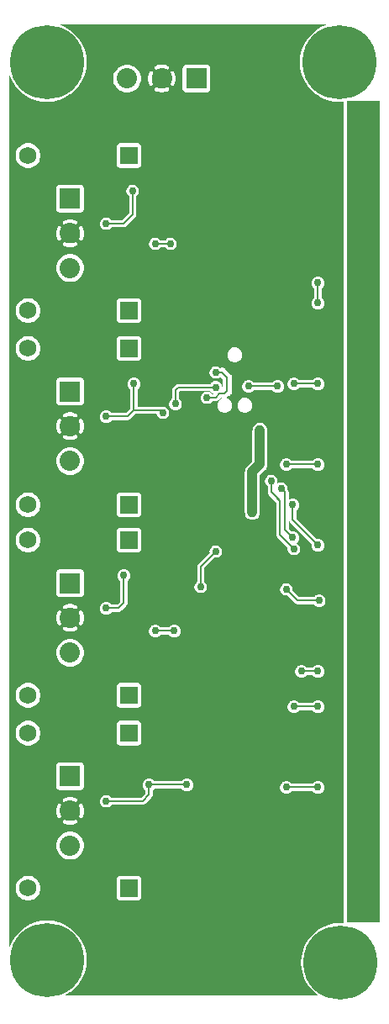
<source format=gbr>
G04 start of page 3 for group 1 idx 1 *
G04 Title: (unknown), bottom *
G04 Creator: pcb 4.0.2 *
G04 CreationDate: Thu Feb 20 20:43:15 2020 UTC *
G04 For: ndholmes *
G04 Format: Gerber/RS-274X *
G04 PCB-Dimensions (mil): 1500.00 3900.00 *
G04 PCB-Coordinate-Origin: lower left *
%MOIN*%
%FSLAX25Y25*%
%LNBOTTOM*%
%ADD37C,0.0390*%
%ADD36C,0.0380*%
%ADD35C,0.0472*%
%ADD34C,0.1285*%
%ADD33C,0.0150*%
%ADD32C,0.0300*%
%ADD31C,0.0680*%
%ADD30C,0.0800*%
%ADD29C,0.2937*%
%ADD28C,0.0400*%
%ADD27C,0.0080*%
%ADD26C,0.0001*%
G54D26*G36*
X136000Y357500D02*X149000D01*
Y32000D01*
X136000D01*
Y357500D01*
G37*
G36*
X121246Y6198D02*X122376Y4876D01*
X124253Y3272D01*
X124697Y3000D01*
X121246D01*
Y6198D01*
G37*
G36*
X124496Y359817D02*X125858Y358982D01*
X128138Y358038D01*
X130539Y357461D01*
X133000Y357268D01*
X134543Y357389D01*
Y31650D01*
X133500Y31732D01*
X131039Y31539D01*
X128638Y30962D01*
X126358Y30018D01*
X124496Y28877D01*
Y82993D01*
X124500Y82992D01*
X124892Y83023D01*
X125275Y83115D01*
X125638Y83266D01*
X125974Y83471D01*
X126273Y83727D01*
X126529Y84026D01*
X126734Y84362D01*
X126885Y84725D01*
X126977Y85108D01*
X127000Y85500D01*
X126977Y85892D01*
X126885Y86275D01*
X126734Y86638D01*
X126529Y86974D01*
X126273Y87273D01*
X125974Y87529D01*
X125638Y87734D01*
X125275Y87885D01*
X124892Y87977D01*
X124500Y88008D01*
X124496Y88007D01*
Y114993D01*
X124500Y114992D01*
X124892Y115023D01*
X125275Y115115D01*
X125638Y115266D01*
X125974Y115471D01*
X126273Y115727D01*
X126529Y116026D01*
X126734Y116362D01*
X126885Y116725D01*
X126977Y117108D01*
X127000Y117500D01*
X126977Y117892D01*
X126885Y118275D01*
X126734Y118638D01*
X126529Y118974D01*
X126273Y119273D01*
X125974Y119529D01*
X125638Y119734D01*
X125275Y119885D01*
X124892Y119977D01*
X124500Y120008D01*
X124496Y120007D01*
Y128993D01*
X124500Y128992D01*
X124892Y129023D01*
X125275Y129115D01*
X125638Y129266D01*
X125974Y129471D01*
X126273Y129727D01*
X126529Y130026D01*
X126734Y130362D01*
X126885Y130725D01*
X126977Y131108D01*
X127000Y131500D01*
X126977Y131892D01*
X126885Y132275D01*
X126734Y132638D01*
X126529Y132974D01*
X126273Y133273D01*
X125974Y133529D01*
X125638Y133734D01*
X125275Y133885D01*
X124892Y133977D01*
X124500Y134008D01*
X124496Y134007D01*
Y157050D01*
X124608Y157023D01*
X125000Y156992D01*
X125392Y157023D01*
X125775Y157115D01*
X126138Y157266D01*
X126474Y157471D01*
X126773Y157727D01*
X127029Y158026D01*
X127234Y158362D01*
X127385Y158725D01*
X127477Y159108D01*
X127500Y159500D01*
X127477Y159892D01*
X127385Y160275D01*
X127234Y160638D01*
X127029Y160974D01*
X126773Y161273D01*
X126474Y161529D01*
X126138Y161734D01*
X125775Y161885D01*
X125392Y161977D01*
X125000Y162008D01*
X124608Y161977D01*
X124496Y161950D01*
Y178993D01*
X124500Y178992D01*
X124892Y179023D01*
X125275Y179115D01*
X125638Y179266D01*
X125974Y179471D01*
X126273Y179727D01*
X126529Y180026D01*
X126734Y180362D01*
X126885Y180725D01*
X126977Y181108D01*
X127000Y181500D01*
X126977Y181892D01*
X126885Y182275D01*
X126734Y182638D01*
X126529Y182974D01*
X126273Y183273D01*
X125974Y183529D01*
X125638Y183734D01*
X125275Y183885D01*
X124892Y183977D01*
X124500Y184008D01*
X124496Y184007D01*
Y210993D01*
X124500Y210992D01*
X124892Y211023D01*
X125275Y211115D01*
X125638Y211266D01*
X125974Y211471D01*
X126273Y211727D01*
X126529Y212026D01*
X126734Y212362D01*
X126885Y212725D01*
X126977Y213108D01*
X127000Y213500D01*
X126977Y213892D01*
X126885Y214275D01*
X126734Y214638D01*
X126529Y214974D01*
X126273Y215273D01*
X125974Y215529D01*
X125638Y215734D01*
X125275Y215885D01*
X124892Y215977D01*
X124500Y216008D01*
X124496Y216007D01*
Y242993D01*
X124500Y242992D01*
X124892Y243023D01*
X125275Y243115D01*
X125638Y243266D01*
X125974Y243471D01*
X126273Y243727D01*
X126529Y244026D01*
X126734Y244362D01*
X126885Y244725D01*
X126977Y245108D01*
X127000Y245500D01*
X126977Y245892D01*
X126885Y246275D01*
X126734Y246638D01*
X126529Y246974D01*
X126273Y247273D01*
X125974Y247529D01*
X125638Y247734D01*
X125275Y247885D01*
X124892Y247977D01*
X124500Y248008D01*
X124496Y248007D01*
Y274993D01*
X124500Y274992D01*
X124892Y275023D01*
X125275Y275115D01*
X125638Y275266D01*
X125974Y275471D01*
X126273Y275727D01*
X126529Y276026D01*
X126734Y276362D01*
X126885Y276725D01*
X126977Y277108D01*
X127000Y277500D01*
X126977Y277892D01*
X126885Y278275D01*
X126734Y278638D01*
X126529Y278974D01*
X126273Y279273D01*
X125974Y279529D01*
X125900Y279574D01*
Y283426D01*
X125974Y283471D01*
X126273Y283727D01*
X126529Y284026D01*
X126734Y284362D01*
X126885Y284725D01*
X126977Y285108D01*
X127000Y285500D01*
X126977Y285892D01*
X126885Y286275D01*
X126734Y286638D01*
X126529Y286974D01*
X126273Y287273D01*
X125974Y287529D01*
X125638Y287734D01*
X125275Y287885D01*
X124892Y287977D01*
X124500Y288008D01*
X124496Y288007D01*
Y359817D01*
G37*
G36*
Y216007D02*X124108Y215977D01*
X123725Y215885D01*
X123362Y215734D01*
X123026Y215529D01*
X122727Y215273D01*
X122471Y214974D01*
X122426Y214900D01*
X121246D01*
Y244100D01*
X122426D01*
X122471Y244026D01*
X122727Y243727D01*
X123026Y243471D01*
X123362Y243266D01*
X123725Y243115D01*
X124108Y243023D01*
X124496Y242993D01*
Y216007D01*
G37*
G36*
Y184007D02*X124108Y183977D01*
X124023Y183957D01*
X121246Y186734D01*
Y212100D01*
X122426D01*
X122471Y212026D01*
X122727Y211727D01*
X123026Y211471D01*
X123362Y211266D01*
X123725Y211115D01*
X124108Y211023D01*
X124496Y210993D01*
Y184007D01*
G37*
G36*
Y161950D02*X124225Y161885D01*
X123862Y161734D01*
X123526Y161529D01*
X123227Y161273D01*
X122971Y160974D01*
X122926Y160900D01*
X121246D01*
Y182774D01*
X122043Y181977D01*
X122023Y181892D01*
X121992Y181500D01*
X122023Y181108D01*
X122115Y180725D01*
X122266Y180362D01*
X122471Y180026D01*
X122727Y179727D01*
X123026Y179471D01*
X123362Y179266D01*
X123725Y179115D01*
X124108Y179023D01*
X124496Y178993D01*
Y161950D01*
G37*
G36*
Y134007D02*X124108Y133977D01*
X123725Y133885D01*
X123362Y133734D01*
X123026Y133529D01*
X122727Y133273D01*
X122471Y132974D01*
X122426Y132900D01*
X121246D01*
Y158100D01*
X122926D01*
X122971Y158026D01*
X123227Y157727D01*
X123526Y157471D01*
X123862Y157266D01*
X124225Y157115D01*
X124496Y157050D01*
Y134007D01*
G37*
G36*
Y120007D02*X124108Y119977D01*
X123725Y119885D01*
X123362Y119734D01*
X123026Y119529D01*
X122727Y119273D01*
X122471Y118974D01*
X122426Y118900D01*
X121246D01*
Y130100D01*
X122426D01*
X122471Y130026D01*
X122727Y129727D01*
X123026Y129471D01*
X123362Y129266D01*
X123725Y129115D01*
X124108Y129023D01*
X124496Y128993D01*
Y120007D01*
G37*
G36*
Y88007D02*X124108Y87977D01*
X123725Y87885D01*
X123362Y87734D01*
X123026Y87529D01*
X122727Y87273D01*
X122471Y86974D01*
X122426Y86900D01*
X121246D01*
Y116100D01*
X122426D01*
X122471Y116026D01*
X122727Y115727D01*
X123026Y115471D01*
X123362Y115266D01*
X123725Y115115D01*
X124108Y115023D01*
X124496Y114993D01*
Y88007D01*
G37*
G36*
Y28877D02*X124253Y28728D01*
X122376Y27124D01*
X121246Y25802D01*
Y84100D01*
X122426D01*
X122471Y84026D01*
X122727Y83727D01*
X123026Y83471D01*
X123362Y83266D01*
X123725Y83115D01*
X124108Y83023D01*
X124496Y82993D01*
Y28877D01*
G37*
G36*
X121246Y362612D02*X121876Y361876D01*
X123753Y360272D01*
X124496Y359817D01*
Y288007D01*
X124108Y287977D01*
X123725Y287885D01*
X123362Y287734D01*
X123026Y287529D01*
X122727Y287273D01*
X122471Y286974D01*
X122266Y286638D01*
X122115Y286275D01*
X122023Y285892D01*
X121992Y285500D01*
X122023Y285108D01*
X122115Y284725D01*
X122266Y284362D01*
X122471Y284026D01*
X122727Y283727D01*
X123026Y283471D01*
X123100Y283426D01*
Y279574D01*
X123026Y279529D01*
X122727Y279273D01*
X122471Y278974D01*
X122266Y278638D01*
X122115Y278275D01*
X122023Y277892D01*
X121992Y277500D01*
X122023Y277108D01*
X122115Y276725D01*
X122266Y276362D01*
X122471Y276026D01*
X122727Y275727D01*
X123026Y275471D01*
X123362Y275266D01*
X123725Y275115D01*
X124108Y275023D01*
X124496Y274993D01*
Y248007D01*
X124108Y247977D01*
X123725Y247885D01*
X123362Y247734D01*
X123026Y247529D01*
X122727Y247273D01*
X122471Y246974D01*
X122426Y246900D01*
X121246D01*
Y362612D01*
G37*
G36*
Y388000D02*X128295D01*
X128138Y387962D01*
X125858Y387018D01*
X123753Y385728D01*
X121876Y384124D01*
X121246Y383388D01*
Y388000D01*
G37*
G36*
X100000D02*X121246D01*
Y383388D01*
X120272Y382247D01*
X118982Y380142D01*
X118038Y377862D01*
X117461Y375461D01*
X117268Y373000D01*
X117461Y370539D01*
X118038Y368138D01*
X118982Y365858D01*
X120272Y363753D01*
X121246Y362612D01*
Y246900D01*
X117074D01*
X117029Y246974D01*
X116773Y247273D01*
X116474Y247529D01*
X116138Y247734D01*
X115775Y247885D01*
X115392Y247977D01*
X115000Y248008D01*
X114608Y247977D01*
X114225Y247885D01*
X113862Y247734D01*
X113526Y247529D01*
X113227Y247273D01*
X112971Y246974D01*
X112766Y246638D01*
X112615Y246275D01*
X112523Y245892D01*
X112492Y245500D01*
X112523Y245108D01*
X112615Y244725D01*
X112766Y244362D01*
X112971Y244026D01*
X113227Y243727D01*
X113526Y243471D01*
X113862Y243266D01*
X114225Y243115D01*
X114608Y243023D01*
X115000Y242992D01*
X115392Y243023D01*
X115775Y243115D01*
X116138Y243266D01*
X116474Y243471D01*
X116773Y243727D01*
X117029Y244026D01*
X117074Y244100D01*
X121246D01*
Y214900D01*
X114074D01*
X114029Y214974D01*
X113773Y215273D01*
X113474Y215529D01*
X113138Y215734D01*
X112775Y215885D01*
X112392Y215977D01*
X112000Y216008D01*
X111608Y215977D01*
X111225Y215885D01*
X110862Y215734D01*
X110526Y215529D01*
X110227Y215273D01*
X109971Y214974D01*
X109766Y214638D01*
X109615Y214275D01*
X109523Y213892D01*
X109492Y213500D01*
X109523Y213108D01*
X109615Y212725D01*
X109766Y212362D01*
X109971Y212026D01*
X110227Y211727D01*
X110526Y211471D01*
X110862Y211266D01*
X111225Y211115D01*
X111608Y211023D01*
X112000Y210992D01*
X112392Y211023D01*
X112775Y211115D01*
X113138Y211266D01*
X113474Y211471D01*
X113773Y211727D01*
X114029Y212026D01*
X114074Y212100D01*
X121246D01*
Y186734D01*
X115900Y192080D01*
Y195426D01*
X115974Y195471D01*
X116273Y195727D01*
X116529Y196026D01*
X116734Y196362D01*
X116885Y196725D01*
X116977Y197108D01*
X117000Y197500D01*
X116977Y197892D01*
X116885Y198275D01*
X116734Y198638D01*
X116529Y198974D01*
X116273Y199273D01*
X115974Y199529D01*
X115638Y199734D01*
X115275Y199885D01*
X114892Y199977D01*
X114500Y200008D01*
X114108Y199977D01*
X113725Y199885D01*
X113362Y199734D01*
X113026Y199529D01*
X112900Y199421D01*
Y202445D01*
X112904Y202500D01*
X112887Y202720D01*
X112836Y202934D01*
X112751Y203138D01*
X112636Y203325D01*
X112636Y203326D01*
X112493Y203493D01*
X112457Y203524D01*
X112477Y203608D01*
X112500Y204000D01*
X112477Y204392D01*
X112385Y204775D01*
X112234Y205138D01*
X112029Y205474D01*
X111773Y205773D01*
X111474Y206029D01*
X111138Y206234D01*
X110775Y206385D01*
X110392Y206477D01*
X110000Y206508D01*
X109608Y206477D01*
X109225Y206385D01*
X108862Y206234D01*
X108526Y206029D01*
X108227Y205773D01*
X108062Y205580D01*
X108234Y205862D01*
X108385Y206225D01*
X108477Y206608D01*
X108500Y207000D01*
X108477Y207392D01*
X108385Y207775D01*
X108234Y208138D01*
X108029Y208474D01*
X107773Y208773D01*
X107474Y209029D01*
X107138Y209234D01*
X106775Y209385D01*
X106392Y209477D01*
X106000Y209508D01*
X105608Y209477D01*
X105225Y209385D01*
X104862Y209234D01*
X104526Y209029D01*
X104227Y208773D01*
X103971Y208474D01*
X103766Y208138D01*
X103615Y207775D01*
X103523Y207392D01*
X103492Y207000D01*
X103523Y206608D01*
X103615Y206225D01*
X103766Y205862D01*
X103971Y205526D01*
X104227Y205227D01*
X104526Y204971D01*
X104600Y204926D01*
Y202555D01*
X104596Y202500D01*
X104613Y202280D01*
X104664Y202066D01*
X104749Y201862D01*
X104864Y201675D01*
X104864Y201674D01*
X105007Y201507D01*
X105049Y201471D01*
X108100Y198420D01*
Y185555D01*
X108096Y185500D01*
X108113Y185280D01*
X108164Y185066D01*
X108249Y184862D01*
X108364Y184675D01*
X108364Y184674D01*
X108507Y184507D01*
X108549Y184471D01*
X112543Y180477D01*
X112523Y180392D01*
X112492Y180000D01*
X112523Y179608D01*
X112615Y179225D01*
X112766Y178862D01*
X112971Y178526D01*
X113227Y178227D01*
X113526Y177971D01*
X113862Y177766D01*
X114225Y177615D01*
X114608Y177523D01*
X115000Y177492D01*
X115392Y177523D01*
X115775Y177615D01*
X116138Y177766D01*
X116474Y177971D01*
X116773Y178227D01*
X117029Y178526D01*
X117234Y178862D01*
X117385Y179225D01*
X117477Y179608D01*
X117500Y180000D01*
X117477Y180392D01*
X117385Y180775D01*
X117234Y181138D01*
X117029Y181474D01*
X116773Y181773D01*
X116474Y182029D01*
X116138Y182234D01*
X115810Y182371D01*
X115974Y182471D01*
X116273Y182727D01*
X116529Y183026D01*
X116734Y183362D01*
X116885Y183725D01*
X116977Y184108D01*
X117000Y184500D01*
X116977Y184892D01*
X116885Y185275D01*
X116734Y185638D01*
X116529Y185974D01*
X116273Y186273D01*
X115974Y186529D01*
X115638Y186734D01*
X115275Y186885D01*
X114892Y186977D01*
X114500Y187008D01*
X114108Y186977D01*
X114023Y186957D01*
X112900Y188080D01*
Y195579D01*
X113026Y195471D01*
X113100Y195426D01*
Y191555D01*
X113096Y191500D01*
X113113Y191280D01*
X113164Y191066D01*
X113249Y190862D01*
X113364Y190675D01*
X113364Y190674D01*
X113507Y190507D01*
X113549Y190471D01*
X121246Y182774D01*
Y160900D01*
X117080D01*
X114457Y163523D01*
X114477Y163608D01*
X114500Y164000D01*
X114477Y164392D01*
X114385Y164775D01*
X114234Y165138D01*
X114029Y165474D01*
X113773Y165773D01*
X113474Y166029D01*
X113138Y166234D01*
X112775Y166385D01*
X112392Y166477D01*
X112000Y166508D01*
X111608Y166477D01*
X111225Y166385D01*
X110862Y166234D01*
X110526Y166029D01*
X110227Y165773D01*
X109971Y165474D01*
X109766Y165138D01*
X109615Y164775D01*
X109523Y164392D01*
X109492Y164000D01*
X109523Y163608D01*
X109615Y163225D01*
X109766Y162862D01*
X109971Y162526D01*
X110227Y162227D01*
X110526Y161971D01*
X110862Y161766D01*
X111225Y161615D01*
X111608Y161523D01*
X112000Y161492D01*
X112392Y161523D01*
X112477Y161543D01*
X115471Y158549D01*
X115507Y158507D01*
X115674Y158364D01*
X115675Y158364D01*
X115862Y158249D01*
X116066Y158164D01*
X116280Y158113D01*
X116500Y158096D01*
X116555Y158100D01*
X121246D01*
Y132900D01*
X120074D01*
X120029Y132974D01*
X119773Y133273D01*
X119474Y133529D01*
X119138Y133734D01*
X118775Y133885D01*
X118392Y133977D01*
X118000Y134008D01*
X117608Y133977D01*
X117225Y133885D01*
X116862Y133734D01*
X116526Y133529D01*
X116227Y133273D01*
X115971Y132974D01*
X115766Y132638D01*
X115615Y132275D01*
X115523Y131892D01*
X115492Y131500D01*
X115523Y131108D01*
X115615Y130725D01*
X115766Y130362D01*
X115971Y130026D01*
X116227Y129727D01*
X116526Y129471D01*
X116862Y129266D01*
X117225Y129115D01*
X117608Y129023D01*
X118000Y128992D01*
X118392Y129023D01*
X118775Y129115D01*
X119138Y129266D01*
X119474Y129471D01*
X119773Y129727D01*
X120029Y130026D01*
X120074Y130100D01*
X121246D01*
Y118900D01*
X117074D01*
X117029Y118974D01*
X116773Y119273D01*
X116474Y119529D01*
X116138Y119734D01*
X115775Y119885D01*
X115392Y119977D01*
X115000Y120008D01*
X114608Y119977D01*
X114225Y119885D01*
X113862Y119734D01*
X113526Y119529D01*
X113227Y119273D01*
X112971Y118974D01*
X112766Y118638D01*
X112615Y118275D01*
X112523Y117892D01*
X112492Y117500D01*
X112523Y117108D01*
X112615Y116725D01*
X112766Y116362D01*
X112971Y116026D01*
X113227Y115727D01*
X113526Y115471D01*
X113862Y115266D01*
X114225Y115115D01*
X114608Y115023D01*
X115000Y114992D01*
X115392Y115023D01*
X115775Y115115D01*
X116138Y115266D01*
X116474Y115471D01*
X116773Y115727D01*
X117029Y116026D01*
X117074Y116100D01*
X121246D01*
Y86900D01*
X114074D01*
X114029Y86974D01*
X113773Y87273D01*
X113474Y87529D01*
X113138Y87734D01*
X112775Y87885D01*
X112392Y87977D01*
X112000Y88008D01*
X111608Y87977D01*
X111225Y87885D01*
X110862Y87734D01*
X110526Y87529D01*
X110227Y87273D01*
X109971Y86974D01*
X109766Y86638D01*
X109615Y86275D01*
X109523Y85892D01*
X109492Y85500D01*
X109523Y85108D01*
X109615Y84725D01*
X109766Y84362D01*
X109971Y84026D01*
X110227Y83727D01*
X110526Y83471D01*
X110862Y83266D01*
X111225Y83115D01*
X111608Y83023D01*
X112000Y82992D01*
X112392Y83023D01*
X112775Y83115D01*
X113138Y83266D01*
X113474Y83471D01*
X113773Y83727D01*
X114029Y84026D01*
X114074Y84100D01*
X121246D01*
Y25802D01*
X120772Y25247D01*
X119482Y23142D01*
X118538Y20862D01*
X117961Y18461D01*
X117768Y16000D01*
X117961Y13539D01*
X118538Y11138D01*
X119482Y8858D01*
X120772Y6753D01*
X121246Y6198D01*
Y3000D01*
X100000D01*
Y191901D01*
X100269Y192065D01*
X100628Y192372D01*
X100935Y192731D01*
X101181Y193134D01*
X101362Y193570D01*
X101472Y194029D01*
X101500Y194500D01*
Y209257D01*
X103538Y211296D01*
X103628Y211372D01*
X103934Y211731D01*
X103935Y211731D01*
X104181Y212134D01*
X104362Y212570D01*
X104472Y213029D01*
X104509Y213500D01*
X104500Y213618D01*
Y227000D01*
X104472Y227471D01*
X104362Y227930D01*
X104181Y228366D01*
X103935Y228769D01*
X103628Y229128D01*
X103269Y229435D01*
X102866Y229681D01*
X102430Y229862D01*
X101971Y229972D01*
X101500Y230009D01*
X101029Y229972D01*
X100570Y229862D01*
X100134Y229681D01*
X100000Y229599D01*
Y243100D01*
X106426D01*
X106471Y243026D01*
X106727Y242727D01*
X107026Y242471D01*
X107362Y242266D01*
X107725Y242115D01*
X108108Y242023D01*
X108500Y241992D01*
X108892Y242023D01*
X109275Y242115D01*
X109638Y242266D01*
X109974Y242471D01*
X110273Y242727D01*
X110529Y243026D01*
X110734Y243362D01*
X110885Y243725D01*
X110977Y244108D01*
X111000Y244500D01*
X110977Y244892D01*
X110885Y245275D01*
X110734Y245638D01*
X110529Y245974D01*
X110273Y246273D01*
X109974Y246529D01*
X109638Y246734D01*
X109275Y246885D01*
X108892Y246977D01*
X108500Y247008D01*
X108108Y246977D01*
X107725Y246885D01*
X107362Y246734D01*
X107026Y246529D01*
X106727Y246273D01*
X106471Y245974D01*
X106426Y245900D01*
X100000D01*
Y388000D01*
G37*
G36*
X95495Y210440D02*X95500Y210382D01*
Y194500D01*
X95528Y194029D01*
X95638Y193570D01*
X95819Y193134D01*
X96065Y192731D01*
X96372Y192372D01*
X96731Y192065D01*
X97134Y191819D01*
X97570Y191638D01*
X98029Y191528D01*
X98500Y191491D01*
X98971Y191528D01*
X99430Y191638D01*
X99866Y191819D01*
X100000Y191901D01*
Y3000D01*
X95495D01*
Y210440D01*
G37*
G36*
Y242497D02*X95526Y242471D01*
X95862Y242266D01*
X96225Y242115D01*
X96608Y242023D01*
X97000Y241992D01*
X97392Y242023D01*
X97775Y242115D01*
X98138Y242266D01*
X98474Y242471D01*
X98773Y242727D01*
X99029Y243026D01*
X99074Y243100D01*
X100000D01*
Y229599D01*
X99731Y229435D01*
X99372Y229128D01*
X99065Y228769D01*
X98819Y228366D01*
X98638Y227930D01*
X98528Y227471D01*
X98500Y227000D01*
Y214743D01*
X96462Y212704D01*
X96372Y212628D01*
X96065Y212269D01*
X95819Y211866D01*
X95638Y211430D01*
X95528Y210971D01*
X95528Y210971D01*
X95495Y210560D01*
Y234041D01*
X95500Y234041D01*
X95963Y234077D01*
X96414Y234186D01*
X96843Y234363D01*
X97239Y234606D01*
X97592Y234908D01*
X97894Y235261D01*
X98137Y235657D01*
X98314Y236086D01*
X98423Y236537D01*
X98450Y237000D01*
X98423Y237463D01*
X98314Y237914D01*
X98137Y238343D01*
X97894Y238739D01*
X97592Y239092D01*
X97239Y239394D01*
X96843Y239637D01*
X96414Y239814D01*
X95963Y239923D01*
X95500Y239959D01*
X95495Y239959D01*
Y242497D01*
G37*
G36*
Y388000D02*X100000D01*
Y245900D01*
X99074D01*
X99029Y245974D01*
X98773Y246273D01*
X98474Y246529D01*
X98138Y246734D01*
X97775Y246885D01*
X97392Y246977D01*
X97000Y247008D01*
X96608Y246977D01*
X96225Y246885D01*
X95862Y246734D01*
X95526Y246529D01*
X95495Y246503D01*
Y388000D01*
G37*
G36*
X91495D02*X95495D01*
Y246503D01*
X95227Y246273D01*
X94971Y245974D01*
X94766Y245638D01*
X94615Y245275D01*
X94523Y244892D01*
X94492Y244500D01*
X94523Y244108D01*
X94615Y243725D01*
X94766Y243362D01*
X94971Y243026D01*
X95227Y242727D01*
X95495Y242497D01*
Y239959D01*
X95037Y239923D01*
X94586Y239814D01*
X94157Y239637D01*
X93761Y239394D01*
X93408Y239092D01*
X93106Y238739D01*
X92863Y238343D01*
X92686Y237914D01*
X92577Y237463D01*
X92541Y237000D01*
X92577Y236537D01*
X92686Y236086D01*
X92863Y235657D01*
X93106Y235261D01*
X93408Y234908D01*
X93761Y234606D01*
X94157Y234363D01*
X94586Y234186D01*
X95037Y234077D01*
X95495Y234041D01*
Y210560D01*
X95491Y210500D01*
X95495Y210440D01*
Y3000D01*
X91495D01*
Y254041D01*
X91500Y254041D01*
X91963Y254077D01*
X92414Y254186D01*
X92843Y254363D01*
X93239Y254606D01*
X93592Y254908D01*
X93894Y255261D01*
X94137Y255657D01*
X94314Y256086D01*
X94423Y256537D01*
X94450Y257000D01*
X94423Y257463D01*
X94314Y257914D01*
X94137Y258343D01*
X93894Y258739D01*
X93592Y259092D01*
X93239Y259394D01*
X92843Y259637D01*
X92414Y259814D01*
X91963Y259923D01*
X91500Y259959D01*
X91495Y259959D01*
Y388000D01*
G37*
G36*
X77971D02*X91495D01*
Y259959D01*
X91037Y259923D01*
X90586Y259814D01*
X90157Y259637D01*
X89761Y259394D01*
X89408Y259092D01*
X89106Y258739D01*
X88863Y258343D01*
X88686Y257914D01*
X88577Y257463D01*
X88541Y257000D01*
X88577Y256537D01*
X88686Y256086D01*
X88863Y255657D01*
X89106Y255261D01*
X89408Y254908D01*
X89761Y254606D01*
X90157Y254363D01*
X90586Y254186D01*
X91037Y254077D01*
X91495Y254041D01*
Y3000D01*
X77971D01*
Y162495D01*
X78000Y162492D01*
X78392Y162523D01*
X78775Y162615D01*
X79138Y162766D01*
X79474Y162971D01*
X79773Y163227D01*
X80029Y163526D01*
X80234Y163862D01*
X80385Y164225D01*
X80477Y164608D01*
X80500Y165000D01*
X80477Y165392D01*
X80385Y165775D01*
X80234Y166138D01*
X80029Y166474D01*
X79773Y166773D01*
X79474Y167029D01*
X79400Y167074D01*
Y172420D01*
X83523Y176543D01*
X83608Y176523D01*
X84000Y176492D01*
X84392Y176523D01*
X84775Y176615D01*
X85138Y176766D01*
X85474Y176971D01*
X85773Y177227D01*
X86029Y177526D01*
X86234Y177862D01*
X86385Y178225D01*
X86477Y178608D01*
X86500Y179000D01*
X86477Y179392D01*
X86385Y179775D01*
X86234Y180138D01*
X86029Y180474D01*
X85773Y180773D01*
X85474Y181029D01*
X85138Y181234D01*
X84775Y181385D01*
X84392Y181477D01*
X84000Y181508D01*
X83608Y181477D01*
X83225Y181385D01*
X82862Y181234D01*
X82526Y181029D01*
X82227Y180773D01*
X81971Y180474D01*
X81766Y180138D01*
X81615Y179775D01*
X81523Y179392D01*
X81492Y179000D01*
X81523Y178608D01*
X81543Y178523D01*
X77971Y174951D01*
Y242600D01*
X81809D01*
X81890Y242467D01*
X82156Y242156D01*
X82467Y241890D01*
X82816Y241676D01*
X83194Y241520D01*
X83473Y241453D01*
X83420Y241400D01*
X82574D01*
X82529Y241474D01*
X82273Y241773D01*
X81974Y242029D01*
X81638Y242234D01*
X81275Y242385D01*
X80892Y242477D01*
X80500Y242508D01*
X80108Y242477D01*
X79725Y242385D01*
X79362Y242234D01*
X79026Y242029D01*
X78727Y241773D01*
X78471Y241474D01*
X78266Y241138D01*
X78115Y240775D01*
X78023Y240392D01*
X77992Y240000D01*
X78023Y239608D01*
X78115Y239225D01*
X78266Y238862D01*
X78471Y238526D01*
X78727Y238227D01*
X79026Y237971D01*
X79362Y237766D01*
X79725Y237615D01*
X80108Y237523D01*
X80500Y237492D01*
X80892Y237523D01*
X81275Y237615D01*
X81638Y237766D01*
X81974Y237971D01*
X82273Y238227D01*
X82529Y238526D01*
X82574Y238600D01*
X83945D01*
X84000Y238596D01*
X84220Y238613D01*
X84434Y238664D01*
X84638Y238749D01*
X84825Y238864D01*
X84993Y239007D01*
X85029Y239049D01*
X85880Y239900D01*
X86943D01*
X86586Y239814D01*
X86157Y239637D01*
X85761Y239394D01*
X85408Y239092D01*
X85106Y238739D01*
X84863Y238343D01*
X84686Y237914D01*
X84577Y237463D01*
X84541Y237000D01*
X84577Y236537D01*
X84686Y236086D01*
X84863Y235657D01*
X85106Y235261D01*
X85408Y234908D01*
X85761Y234606D01*
X86157Y234363D01*
X86586Y234186D01*
X87037Y234077D01*
X87500Y234041D01*
X87963Y234077D01*
X88414Y234186D01*
X88843Y234363D01*
X89239Y234606D01*
X89592Y234908D01*
X89894Y235261D01*
X90137Y235657D01*
X90314Y236086D01*
X90423Y236537D01*
X90450Y237000D01*
X90423Y237463D01*
X90314Y237914D01*
X90137Y238343D01*
X89894Y238739D01*
X89592Y239092D01*
X89239Y239394D01*
X88843Y239637D01*
X88414Y239814D01*
X87963Y239923D01*
X87828Y239933D01*
X87996Y239974D01*
X88229Y240070D01*
X88443Y240202D01*
X88635Y240365D01*
X88798Y240557D01*
X88842Y240628D01*
X89089Y240687D01*
X89365Y240802D01*
X89620Y240958D01*
X89848Y241152D01*
X90042Y241380D01*
X90198Y241635D01*
X90313Y241911D01*
X90382Y242202D01*
X90400Y242500D01*
Y247926D01*
X90406Y248000D01*
X90382Y248298D01*
X90382Y248298D01*
X90313Y248589D01*
X90198Y248865D01*
X90042Y249120D01*
X89848Y249348D01*
X89791Y249396D01*
X87844Y251344D01*
X87620Y251542D01*
X87365Y251698D01*
X87089Y251813D01*
X86798Y251882D01*
X86500Y251906D01*
X86202Y251882D01*
X85911Y251813D01*
X85784Y251760D01*
X85773Y251773D01*
X85474Y252029D01*
X85138Y252234D01*
X84775Y252385D01*
X84392Y252477D01*
X84000Y252508D01*
X83608Y252477D01*
X83225Y252385D01*
X82862Y252234D01*
X82526Y252029D01*
X82227Y251773D01*
X81971Y251474D01*
X81766Y251138D01*
X81615Y250775D01*
X81523Y250392D01*
X81492Y250000D01*
X81523Y249608D01*
X81615Y249225D01*
X81766Y248862D01*
X81971Y248526D01*
X82227Y248227D01*
X82526Y247971D01*
X82862Y247766D01*
X83225Y247615D01*
X83608Y247523D01*
X84000Y247492D01*
X84392Y247523D01*
X84775Y247615D01*
X85138Y247766D01*
X85474Y247971D01*
X85672Y248141D01*
X86600Y247213D01*
Y244000D01*
X86576Y244408D01*
X86480Y244806D01*
X86324Y245184D01*
X86110Y245533D01*
X85844Y245844D01*
X85533Y246110D01*
X85184Y246324D01*
X84806Y246480D01*
X84408Y246576D01*
X84000Y246608D01*
X83592Y246576D01*
X83194Y246480D01*
X82816Y246324D01*
X82467Y246110D01*
X82156Y245844D01*
X81890Y245533D01*
X81809Y245400D01*
X77971D01*
Y361065D01*
X80562Y361069D01*
X80792Y361124D01*
X81010Y361214D01*
X81211Y361338D01*
X81391Y361491D01*
X81544Y361671D01*
X81668Y361872D01*
X81758Y362090D01*
X81813Y362320D01*
X81827Y362555D01*
X81813Y370790D01*
X81758Y371020D01*
X81668Y371238D01*
X81544Y371439D01*
X81391Y371619D01*
X81211Y371772D01*
X81010Y371896D01*
X80792Y371986D01*
X80562Y372041D01*
X80327Y372055D01*
X77971Y372051D01*
Y388000D01*
G37*
G36*
X67039Y235192D02*X67225Y235115D01*
X67608Y235023D01*
X68000Y234992D01*
X68392Y235023D01*
X68775Y235115D01*
X69138Y235266D01*
X69474Y235471D01*
X69773Y235727D01*
X70029Y236026D01*
X70234Y236362D01*
X70385Y236725D01*
X70477Y237108D01*
X70500Y237500D01*
X70477Y237892D01*
X70385Y238275D01*
X70234Y238638D01*
X70029Y238974D01*
X69773Y239273D01*
X69474Y239529D01*
X69400Y239574D01*
Y242420D01*
X69580Y242600D01*
X77971D01*
Y174951D01*
X77049Y174029D01*
X77007Y173993D01*
X76864Y173825D01*
X76749Y173638D01*
X76664Y173434D01*
X76613Y173220D01*
X76596Y173000D01*
X76600Y172945D01*
Y167074D01*
X76526Y167029D01*
X76227Y166773D01*
X75971Y166474D01*
X75766Y166138D01*
X75615Y165775D01*
X75523Y165392D01*
X75492Y165000D01*
X75523Y164608D01*
X75615Y164225D01*
X75766Y163862D01*
X75971Y163526D01*
X76227Y163227D01*
X76526Y162971D01*
X76862Y162766D01*
X77225Y162615D01*
X77608Y162523D01*
X77971Y162495D01*
Y3000D01*
X67039D01*
Y85100D01*
X70426D01*
X70471Y85026D01*
X70727Y84727D01*
X71026Y84471D01*
X71362Y84266D01*
X71725Y84115D01*
X72108Y84023D01*
X72500Y83992D01*
X72892Y84023D01*
X73275Y84115D01*
X73638Y84266D01*
X73974Y84471D01*
X74273Y84727D01*
X74529Y85026D01*
X74734Y85362D01*
X74885Y85725D01*
X74977Y86108D01*
X75000Y86500D01*
X74977Y86892D01*
X74885Y87275D01*
X74734Y87638D01*
X74529Y87974D01*
X74273Y88273D01*
X73974Y88529D01*
X73638Y88734D01*
X73275Y88885D01*
X72892Y88977D01*
X72500Y89008D01*
X72108Y88977D01*
X71725Y88885D01*
X71362Y88734D01*
X71026Y88529D01*
X70727Y88273D01*
X70471Y87974D01*
X70426Y87900D01*
X67039D01*
Y145040D01*
X67108Y145023D01*
X67500Y144992D01*
X67892Y145023D01*
X68275Y145115D01*
X68638Y145266D01*
X68974Y145471D01*
X69273Y145727D01*
X69529Y146026D01*
X69734Y146362D01*
X69885Y146725D01*
X69977Y147108D01*
X70000Y147500D01*
X69977Y147892D01*
X69885Y148275D01*
X69734Y148638D01*
X69529Y148974D01*
X69273Y149273D01*
X68974Y149529D01*
X68638Y149734D01*
X68275Y149885D01*
X67892Y149977D01*
X67500Y150008D01*
X67108Y149977D01*
X67039Y149960D01*
Y235192D01*
G37*
G36*
Y388000D02*X77971D01*
Y372051D01*
X72092Y372041D01*
X71862Y371986D01*
X71644Y371896D01*
X71442Y371772D01*
X71263Y371619D01*
X71110Y371439D01*
X70986Y371238D01*
X70896Y371020D01*
X70841Y370790D01*
X70827Y370555D01*
X70841Y362320D01*
X70896Y362090D01*
X70986Y361872D01*
X71110Y361671D01*
X71263Y361491D01*
X71442Y361338D01*
X71644Y361214D01*
X71862Y361124D01*
X72092Y361069D01*
X72327Y361055D01*
X77971Y361065D01*
Y245400D01*
X69055D01*
X69000Y245404D01*
X68780Y245387D01*
X68566Y245336D01*
X68362Y245251D01*
X68175Y245136D01*
X68174Y245136D01*
X68007Y244993D01*
X67971Y244951D01*
X67049Y244029D01*
X67039Y244021D01*
Y298725D01*
X67138Y298766D01*
X67474Y298971D01*
X67773Y299227D01*
X68029Y299526D01*
X68234Y299862D01*
X68385Y300225D01*
X68477Y300608D01*
X68500Y301000D01*
X68477Y301392D01*
X68385Y301775D01*
X68234Y302138D01*
X68029Y302474D01*
X67773Y302773D01*
X67474Y303029D01*
X67138Y303234D01*
X67039Y303275D01*
Y363700D01*
X67125Y363736D01*
X67226Y363798D01*
X67316Y363874D01*
X67392Y363964D01*
X67451Y364066D01*
X67669Y364535D01*
X67836Y365024D01*
X67956Y365527D01*
X68029Y366039D01*
X68053Y366555D01*
X68029Y367071D01*
X67956Y367583D01*
X67836Y368086D01*
X67669Y368575D01*
X67457Y369047D01*
X67396Y369148D01*
X67319Y369239D01*
X67228Y369316D01*
X67127Y369378D01*
X67039Y369415D01*
Y388000D01*
G37*
G36*
Y87900D02*X62996D01*
Y146100D01*
X65426D01*
X65471Y146026D01*
X65727Y145727D01*
X66026Y145471D01*
X66362Y145266D01*
X66725Y145115D01*
X67039Y145040D01*
Y87900D01*
G37*
G36*
Y3000D02*X62996D01*
Y85100D01*
X67039D01*
Y3000D01*
G37*
G36*
Y244021D02*X67007Y243993D01*
X66864Y243825D01*
X66749Y243638D01*
X66664Y243434D01*
X66613Y243220D01*
X66596Y243000D01*
X66600Y242945D01*
Y239574D01*
X66526Y239529D01*
X66227Y239273D01*
X65971Y238974D01*
X65766Y238638D01*
X65615Y238275D01*
X65523Y237892D01*
X65492Y237500D01*
X65523Y237108D01*
X65615Y236725D01*
X65766Y236362D01*
X65971Y236026D01*
X66227Y235727D01*
X66526Y235471D01*
X66862Y235266D01*
X67039Y235192D01*
Y149960D01*
X66725Y149885D01*
X66362Y149734D01*
X66026Y149529D01*
X65727Y149273D01*
X65471Y148974D01*
X65426Y148900D01*
X62996D01*
Y231493D01*
X63000Y231492D01*
X63392Y231523D01*
X63775Y231615D01*
X64138Y231766D01*
X64474Y231971D01*
X64773Y232227D01*
X65029Y232526D01*
X65234Y232862D01*
X65385Y233225D01*
X65477Y233608D01*
X65500Y234000D01*
X65477Y234392D01*
X65385Y234775D01*
X65234Y235138D01*
X65029Y235474D01*
X64773Y235773D01*
X64474Y236029D01*
X64138Y236234D01*
X63775Y236385D01*
X63392Y236477D01*
X63000Y236508D01*
X62996Y236507D01*
Y299600D01*
X63926D01*
X63971Y299526D01*
X64227Y299227D01*
X64526Y298971D01*
X64862Y298766D01*
X65225Y298615D01*
X65608Y298523D01*
X66000Y298492D01*
X66392Y298523D01*
X66775Y298615D01*
X67039Y298725D01*
Y244021D01*
G37*
G36*
X62996Y388000D02*X67039D01*
Y369415D01*
X67018Y369424D01*
X66902Y369452D01*
X66784Y369461D01*
X66666Y369452D01*
X66550Y369425D01*
X66440Y369379D01*
X66339Y369317D01*
X66248Y369241D01*
X66171Y369150D01*
X66109Y369049D01*
X66063Y368940D01*
X66035Y368824D01*
X66026Y368706D01*
X66035Y368587D01*
X66063Y368472D01*
X66110Y368363D01*
X66268Y368023D01*
X66389Y367667D01*
X66477Y367302D01*
X66529Y366930D01*
X66547Y366555D01*
X66529Y366180D01*
X66477Y365808D01*
X66389Y365443D01*
X66268Y365087D01*
X66114Y364745D01*
X66067Y364637D01*
X66039Y364522D01*
X66030Y364404D01*
X66040Y364287D01*
X66068Y364172D01*
X66113Y364063D01*
X66175Y363962D01*
X66252Y363873D01*
X66341Y363796D01*
X66442Y363735D01*
X66551Y363690D01*
X66666Y363662D01*
X66784Y363653D01*
X66902Y363663D01*
X67016Y363690D01*
X67039Y363700D01*
Y303275D01*
X66775Y303385D01*
X66392Y303477D01*
X66000Y303508D01*
X65608Y303477D01*
X65225Y303385D01*
X64862Y303234D01*
X64526Y303029D01*
X64227Y302773D01*
X63971Y302474D01*
X63926Y302400D01*
X62996D01*
Y361070D01*
X63063Y361073D01*
X63575Y361146D01*
X64078Y361266D01*
X64567Y361433D01*
X65039Y361645D01*
X65140Y361706D01*
X65231Y361783D01*
X65308Y361873D01*
X65370Y361975D01*
X65416Y362084D01*
X65444Y362200D01*
X65453Y362318D01*
X65444Y362436D01*
X65417Y362552D01*
X65371Y362662D01*
X65309Y362763D01*
X65232Y362853D01*
X65142Y362931D01*
X65041Y362993D01*
X64931Y363039D01*
X64816Y363066D01*
X64698Y363076D01*
X64579Y363067D01*
X64464Y363039D01*
X64355Y362992D01*
X64015Y362834D01*
X63659Y362713D01*
X63294Y362625D01*
X62996Y362583D01*
Y370527D01*
X63294Y370485D01*
X63659Y370397D01*
X64015Y370276D01*
X64357Y370122D01*
X64465Y370075D01*
X64580Y370048D01*
X64698Y370038D01*
X64815Y370048D01*
X64930Y370076D01*
X65039Y370121D01*
X65140Y370183D01*
X65229Y370260D01*
X65306Y370350D01*
X65367Y370450D01*
X65412Y370559D01*
X65440Y370674D01*
X65449Y370792D01*
X65439Y370910D01*
X65412Y371024D01*
X65366Y371133D01*
X65304Y371234D01*
X65228Y371324D01*
X65138Y371400D01*
X65036Y371460D01*
X64567Y371677D01*
X64078Y371844D01*
X63575Y371964D01*
X63063Y372037D01*
X62996Y372040D01*
Y388000D01*
G37*
G36*
Y87900D02*X59574D01*
X59529Y87974D01*
X59273Y88273D01*
X58974Y88529D01*
X58638Y88734D01*
X58275Y88885D01*
X57892Y88977D01*
X57500Y89008D01*
X57108Y88977D01*
X56725Y88885D01*
X56362Y88734D01*
X56026Y88529D01*
X55727Y88273D01*
X55471Y87974D01*
X55266Y87638D01*
X55115Y87275D01*
X55023Y86892D01*
X54992Y86500D01*
X55023Y86108D01*
X55115Y85725D01*
X55266Y85362D01*
X55471Y85026D01*
X55727Y84727D01*
X56026Y84471D01*
X56100Y84426D01*
Y83080D01*
X54420Y81400D01*
X49500D01*
Y102107D01*
X53135Y102114D01*
X53365Y102169D01*
X53583Y102259D01*
X53784Y102383D01*
X53964Y102536D01*
X54117Y102716D01*
X54241Y102917D01*
X54331Y103135D01*
X54386Y103365D01*
X54400Y103600D01*
X54386Y110635D01*
X54331Y110865D01*
X54241Y111083D01*
X54117Y111284D01*
X53964Y111464D01*
X53784Y111617D01*
X53583Y111741D01*
X53365Y111831D01*
X53135Y111886D01*
X52900Y111900D01*
X49500Y111893D01*
Y117107D01*
X53135Y117114D01*
X53365Y117169D01*
X53583Y117259D01*
X53784Y117383D01*
X53964Y117536D01*
X54117Y117716D01*
X54241Y117917D01*
X54331Y118135D01*
X54386Y118365D01*
X54400Y118600D01*
X54386Y125635D01*
X54331Y125865D01*
X54241Y126083D01*
X54117Y126284D01*
X53964Y126464D01*
X53784Y126617D01*
X53583Y126741D01*
X53365Y126831D01*
X53135Y126886D01*
X52900Y126900D01*
X49500Y126893D01*
Y167992D01*
X49529Y168026D01*
X49734Y168362D01*
X49885Y168725D01*
X49977Y169108D01*
X50000Y169500D01*
X49977Y169892D01*
X49885Y170275D01*
X49734Y170638D01*
X49529Y170974D01*
X49500Y171008D01*
Y178607D01*
X53135Y178614D01*
X53365Y178669D01*
X53583Y178759D01*
X53784Y178883D01*
X53964Y179036D01*
X54117Y179216D01*
X54241Y179417D01*
X54331Y179635D01*
X54386Y179865D01*
X54400Y180100D01*
X54386Y187135D01*
X54331Y187365D01*
X54241Y187583D01*
X54117Y187784D01*
X53964Y187964D01*
X53784Y188117D01*
X53583Y188241D01*
X53365Y188331D01*
X53135Y188386D01*
X52900Y188400D01*
X49500Y188393D01*
Y192607D01*
X53135Y192614D01*
X53365Y192669D01*
X53583Y192759D01*
X53784Y192883D01*
X53964Y193036D01*
X54117Y193216D01*
X54241Y193417D01*
X54331Y193635D01*
X54386Y193865D01*
X54400Y194100D01*
X54386Y201135D01*
X54331Y201365D01*
X54241Y201583D01*
X54117Y201784D01*
X53964Y201964D01*
X53784Y202117D01*
X53583Y202241D01*
X53365Y202331D01*
X53135Y202386D01*
X52900Y202400D01*
X49500Y202393D01*
Y231192D01*
X49638Y231249D01*
X49825Y231364D01*
X49993Y231507D01*
X50029Y231549D01*
X52080Y233600D01*
X60525D01*
X60615Y233225D01*
X60766Y232862D01*
X60971Y232526D01*
X61227Y232227D01*
X61526Y231971D01*
X61862Y231766D01*
X62225Y231615D01*
X62608Y231523D01*
X62996Y231493D01*
Y148900D01*
X62074D01*
X62029Y148974D01*
X61773Y149273D01*
X61474Y149529D01*
X61138Y149734D01*
X60775Y149885D01*
X60392Y149977D01*
X60000Y150008D01*
X59608Y149977D01*
X59225Y149885D01*
X58862Y149734D01*
X58526Y149529D01*
X58227Y149273D01*
X57971Y148974D01*
X57766Y148638D01*
X57615Y148275D01*
X57523Y147892D01*
X57492Y147500D01*
X57523Y147108D01*
X57615Y146725D01*
X57766Y146362D01*
X57971Y146026D01*
X58227Y145727D01*
X58526Y145471D01*
X58862Y145266D01*
X59225Y145115D01*
X59608Y145023D01*
X60000Y144992D01*
X60392Y145023D01*
X60775Y145115D01*
X61138Y145266D01*
X61474Y145471D01*
X61773Y145727D01*
X62029Y146026D01*
X62074Y146100D01*
X62996D01*
Y87900D01*
G37*
G36*
X49500Y171008D02*X49273Y171273D01*
X48974Y171529D01*
X48638Y171734D01*
X48275Y171885D01*
X47892Y171977D01*
X47500Y172008D01*
X47108Y171977D01*
X46725Y171885D01*
X46362Y171734D01*
X46026Y171529D01*
X45727Y171273D01*
X45471Y170974D01*
X45266Y170638D01*
X45115Y170275D01*
X45023Y169892D01*
X44992Y169500D01*
X45023Y169108D01*
X45115Y168725D01*
X45266Y168362D01*
X45471Y168026D01*
X45727Y167727D01*
X46026Y167471D01*
X46100Y167426D01*
Y159080D01*
X44920Y157900D01*
X43996D01*
Y231100D01*
X48945D01*
X49000Y231096D01*
X49220Y231113D01*
X49434Y231164D01*
X49500Y231192D01*
Y202393D01*
X45865Y202386D01*
X45635Y202331D01*
X45417Y202241D01*
X45216Y202117D01*
X45036Y201964D01*
X44883Y201784D01*
X44759Y201583D01*
X44669Y201365D01*
X44614Y201135D01*
X44600Y200900D01*
X44614Y193865D01*
X44669Y193635D01*
X44759Y193417D01*
X44883Y193216D01*
X45036Y193036D01*
X45216Y192883D01*
X45417Y192759D01*
X45635Y192669D01*
X45865Y192614D01*
X46100Y192600D01*
X49500Y192607D01*
Y188393D01*
X45865Y188386D01*
X45635Y188331D01*
X45417Y188241D01*
X45216Y188117D01*
X45036Y187964D01*
X44883Y187784D01*
X44759Y187583D01*
X44669Y187365D01*
X44614Y187135D01*
X44600Y186900D01*
X44614Y179865D01*
X44669Y179635D01*
X44759Y179417D01*
X44883Y179216D01*
X45036Y179036D01*
X45216Y178883D01*
X45417Y178759D01*
X45635Y178669D01*
X45865Y178614D01*
X46100Y178600D01*
X49500Y178607D01*
Y171008D01*
G37*
G36*
Y81400D02*X43996D01*
Y155100D01*
X45445D01*
X45500Y155096D01*
X45720Y155113D01*
X45934Y155164D01*
X46138Y155249D01*
X46325Y155364D01*
X46493Y155507D01*
X46529Y155549D01*
X48451Y157471D01*
X48493Y157507D01*
X48636Y157674D01*
X48636Y157675D01*
X48751Y157862D01*
X48836Y158066D01*
X48887Y158280D01*
X48904Y158500D01*
X48900Y158555D01*
Y167426D01*
X48974Y167471D01*
X49273Y167727D01*
X49500Y167992D01*
Y126893D01*
X45865Y126886D01*
X45635Y126831D01*
X45417Y126741D01*
X45216Y126617D01*
X45036Y126464D01*
X44883Y126284D01*
X44759Y126083D01*
X44669Y125865D01*
X44614Y125635D01*
X44600Y125400D01*
X44614Y118365D01*
X44669Y118135D01*
X44759Y117917D01*
X44883Y117716D01*
X45036Y117536D01*
X45216Y117383D01*
X45417Y117259D01*
X45635Y117169D01*
X45865Y117114D01*
X46100Y117100D01*
X49500Y117107D01*
Y111893D01*
X45865Y111886D01*
X45635Y111831D01*
X45417Y111741D01*
X45216Y111617D01*
X45036Y111464D01*
X44883Y111284D01*
X44759Y111083D01*
X44669Y110865D01*
X44614Y110635D01*
X44600Y110400D01*
X44614Y103365D01*
X44669Y103135D01*
X44759Y102917D01*
X44883Y102716D01*
X45036Y102536D01*
X45216Y102383D01*
X45417Y102259D01*
X45635Y102169D01*
X45865Y102114D01*
X46100Y102100D01*
X49500Y102107D01*
Y81400D01*
G37*
G36*
X62996Y3000D02*X49500D01*
Y40607D01*
X53135Y40614D01*
X53365Y40669D01*
X53583Y40759D01*
X53784Y40883D01*
X53964Y41036D01*
X54117Y41216D01*
X54241Y41417D01*
X54331Y41635D01*
X54386Y41865D01*
X54400Y42100D01*
X54386Y49135D01*
X54331Y49365D01*
X54241Y49583D01*
X54117Y49784D01*
X53964Y49964D01*
X53784Y50117D01*
X53583Y50241D01*
X53365Y50331D01*
X53135Y50386D01*
X52900Y50400D01*
X49500Y50393D01*
Y78600D01*
X54945D01*
X55000Y78596D01*
X55220Y78613D01*
X55434Y78664D01*
X55638Y78749D01*
X55825Y78864D01*
X55993Y79007D01*
X56029Y79049D01*
X58451Y81471D01*
X58493Y81507D01*
X58636Y81674D01*
X58636Y81675D01*
X58751Y81862D01*
X58836Y82066D01*
X58887Y82280D01*
X58904Y82500D01*
X58900Y82555D01*
Y84426D01*
X58974Y84471D01*
X59273Y84727D01*
X59529Y85026D01*
X59574Y85100D01*
X62996D01*
Y3000D01*
G37*
G36*
X49500D02*X43996D01*
Y78600D01*
X49500D01*
Y50393D01*
X45865Y50386D01*
X45635Y50331D01*
X45417Y50241D01*
X45216Y50117D01*
X45036Y49964D01*
X44883Y49784D01*
X44759Y49583D01*
X44669Y49365D01*
X44614Y49135D01*
X44600Y48900D01*
X44614Y41865D01*
X44669Y41635D01*
X44759Y41417D01*
X44883Y41216D01*
X45036Y41036D01*
X45216Y40883D01*
X45417Y40759D01*
X45635Y40669D01*
X45865Y40614D01*
X46100Y40600D01*
X49500Y40607D01*
Y3000D01*
G37*
G36*
X58054Y299429D02*X58227Y299227D01*
X58526Y298971D01*
X58862Y298766D01*
X59225Y298615D01*
X59608Y298523D01*
X60000Y298492D01*
X60392Y298523D01*
X60775Y298615D01*
X61138Y298766D01*
X61474Y298971D01*
X61773Y299227D01*
X62029Y299526D01*
X62074Y299600D01*
X62996D01*
Y236507D01*
X62608Y236477D01*
X62227Y236385D01*
X62220Y236387D01*
X62000Y236404D01*
X61945Y236400D01*
X58054D01*
Y299429D01*
G37*
G36*
Y388000D02*X62996D01*
Y372040D01*
X62547Y372061D01*
X62031Y372037D01*
X61519Y371964D01*
X61016Y371844D01*
X60527Y371677D01*
X60055Y371465D01*
X59954Y371404D01*
X59863Y371327D01*
X59786Y371237D01*
X59724Y371135D01*
X59678Y371026D01*
X59650Y370910D01*
X59641Y370792D01*
X59650Y370674D01*
X59677Y370558D01*
X59723Y370448D01*
X59784Y370347D01*
X59861Y370257D01*
X59952Y370179D01*
X60053Y370117D01*
X60162Y370071D01*
X60278Y370044D01*
X60396Y370034D01*
X60514Y370043D01*
X60630Y370071D01*
X60739Y370118D01*
X61079Y370276D01*
X61435Y370397D01*
X61800Y370485D01*
X62172Y370537D01*
X62547Y370555D01*
X62922Y370537D01*
X62996Y370527D01*
Y362583D01*
X62922Y362573D01*
X62547Y362555D01*
X62172Y362573D01*
X61800Y362625D01*
X61435Y362713D01*
X61079Y362834D01*
X60737Y362988D01*
X60629Y363035D01*
X60514Y363062D01*
X60396Y363072D01*
X60278Y363062D01*
X60164Y363034D01*
X60055Y362989D01*
X59954Y362927D01*
X59865Y362850D01*
X59788Y362760D01*
X59726Y362660D01*
X59681Y362551D01*
X59654Y362436D01*
X59645Y362318D01*
X59654Y362200D01*
X59682Y362086D01*
X59728Y361977D01*
X59789Y361876D01*
X59866Y361786D01*
X59956Y361710D01*
X60058Y361650D01*
X60527Y361433D01*
X61016Y361266D01*
X61519Y361146D01*
X62031Y361073D01*
X62547Y361049D01*
X62996Y361070D01*
Y302400D01*
X62074D01*
X62029Y302474D01*
X61773Y302773D01*
X61474Y303029D01*
X61138Y303234D01*
X60775Y303385D01*
X60392Y303477D01*
X60000Y303508D01*
X59608Y303477D01*
X59225Y303385D01*
X58862Y303234D01*
X58526Y303029D01*
X58227Y302773D01*
X58054Y302571D01*
Y363695D01*
X58076Y363686D01*
X58192Y363658D01*
X58310Y363649D01*
X58428Y363658D01*
X58544Y363685D01*
X58654Y363731D01*
X58755Y363793D01*
X58845Y363869D01*
X58923Y363960D01*
X58985Y364061D01*
X59030Y364170D01*
X59058Y364286D01*
X59068Y364404D01*
X59059Y364523D01*
X59031Y364638D01*
X58984Y364747D01*
X58826Y365087D01*
X58705Y365443D01*
X58617Y365808D01*
X58565Y366180D01*
X58547Y366555D01*
X58565Y366930D01*
X58617Y367302D01*
X58705Y367667D01*
X58826Y368023D01*
X58980Y368365D01*
X59027Y368473D01*
X59054Y368588D01*
X59063Y368706D01*
X59054Y368823D01*
X59026Y368938D01*
X58981Y369047D01*
X58919Y369148D01*
X58842Y369237D01*
X58752Y369314D01*
X58652Y369375D01*
X58542Y369420D01*
X58428Y369448D01*
X58310Y369457D01*
X58192Y369447D01*
X58077Y369420D01*
X58054Y369410D01*
Y388000D01*
G37*
G36*
X49500Y319993D02*X49526Y319971D01*
X49600Y319926D01*
Y313080D01*
X49500Y312980D01*
Y319993D01*
G37*
G36*
Y243992D02*X49727Y243727D01*
X50026Y243471D01*
X50100Y243426D01*
Y235580D01*
X49500Y234980D01*
Y243992D01*
G37*
G36*
Y388000D02*X58054D01*
Y369410D01*
X57968Y369374D01*
X57868Y369312D01*
X57778Y369236D01*
X57702Y369146D01*
X57642Y369044D01*
X57425Y368575D01*
X57258Y368086D01*
X57138Y367583D01*
X57065Y367071D01*
X57041Y366555D01*
X57065Y366039D01*
X57138Y365527D01*
X57258Y365024D01*
X57425Y364535D01*
X57637Y364063D01*
X57698Y363962D01*
X57775Y363871D01*
X57865Y363794D01*
X57966Y363732D01*
X58054Y363695D01*
Y302571D01*
X57971Y302474D01*
X57766Y302138D01*
X57615Y301775D01*
X57523Y301392D01*
X57492Y301000D01*
X57523Y300608D01*
X57615Y300225D01*
X57766Y299862D01*
X57971Y299526D01*
X58054Y299429D01*
Y236400D01*
X52900D01*
Y243426D01*
X52974Y243471D01*
X53273Y243727D01*
X53529Y244026D01*
X53734Y244362D01*
X53885Y244725D01*
X53977Y245108D01*
X54000Y245500D01*
X53977Y245892D01*
X53885Y246275D01*
X53734Y246638D01*
X53529Y246974D01*
X53273Y247273D01*
X52974Y247529D01*
X52638Y247734D01*
X52275Y247885D01*
X51892Y247977D01*
X51500Y248008D01*
X51108Y247977D01*
X50725Y247885D01*
X50362Y247734D01*
X50026Y247529D01*
X49727Y247273D01*
X49500Y247008D01*
Y254607D01*
X53135Y254614D01*
X53365Y254669D01*
X53583Y254759D01*
X53784Y254883D01*
X53964Y255036D01*
X54117Y255216D01*
X54241Y255417D01*
X54331Y255635D01*
X54386Y255865D01*
X54400Y256100D01*
X54386Y263135D01*
X54331Y263365D01*
X54241Y263583D01*
X54117Y263784D01*
X53964Y263964D01*
X53784Y264117D01*
X53583Y264241D01*
X53365Y264331D01*
X53135Y264386D01*
X52900Y264400D01*
X49500Y264393D01*
Y269607D01*
X53135Y269614D01*
X53365Y269669D01*
X53583Y269759D01*
X53784Y269883D01*
X53964Y270036D01*
X54117Y270216D01*
X54241Y270417D01*
X54331Y270635D01*
X54386Y270865D01*
X54400Y271100D01*
X54386Y278135D01*
X54331Y278365D01*
X54241Y278583D01*
X54117Y278784D01*
X53964Y278964D01*
X53784Y279117D01*
X53583Y279241D01*
X53365Y279331D01*
X53135Y279386D01*
X52900Y279400D01*
X49500Y279393D01*
Y309020D01*
X51951Y311471D01*
X51993Y311507D01*
X52136Y311674D01*
X52136Y311675D01*
X52251Y311862D01*
X52336Y312066D01*
X52387Y312280D01*
X52404Y312500D01*
X52400Y312555D01*
Y319926D01*
X52474Y319971D01*
X52773Y320227D01*
X53029Y320526D01*
X53234Y320862D01*
X53385Y321225D01*
X53477Y321608D01*
X53500Y322000D01*
X53477Y322392D01*
X53385Y322775D01*
X53234Y323138D01*
X53029Y323474D01*
X52773Y323773D01*
X52474Y324029D01*
X52138Y324234D01*
X51775Y324385D01*
X51392Y324477D01*
X51000Y324508D01*
X50608Y324477D01*
X50225Y324385D01*
X49862Y324234D01*
X49526Y324029D01*
X49500Y324007D01*
Y331107D01*
X53135Y331114D01*
X53365Y331169D01*
X53583Y331259D01*
X53784Y331383D01*
X53964Y331536D01*
X54117Y331716D01*
X54241Y331917D01*
X54331Y332135D01*
X54386Y332365D01*
X54400Y332600D01*
X54386Y339635D01*
X54331Y339865D01*
X54241Y340083D01*
X54117Y340284D01*
X53964Y340464D01*
X53784Y340617D01*
X53583Y340741D01*
X53365Y340831D01*
X53135Y340886D01*
X52900Y340900D01*
X49500Y340893D01*
Y361096D01*
X49631Y361106D01*
X50473Y361308D01*
X51273Y361639D01*
X52011Y362092D01*
X52669Y362654D01*
X53231Y363312D01*
X53684Y364050D01*
X54015Y364850D01*
X54217Y365692D01*
X54268Y366555D01*
X54217Y367418D01*
X54015Y368260D01*
X53684Y369060D01*
X53231Y369798D01*
X52669Y370456D01*
X52011Y371018D01*
X51273Y371471D01*
X50473Y371802D01*
X49631Y372004D01*
X49500Y372014D01*
Y388000D01*
G37*
G36*
Y324007D02*X49227Y323773D01*
X48971Y323474D01*
X48766Y323138D01*
X48615Y322775D01*
X48523Y322392D01*
X48492Y322000D01*
X48523Y321608D01*
X48615Y321225D01*
X48766Y320862D01*
X48971Y320526D01*
X49227Y320227D01*
X49500Y319993D01*
Y312980D01*
X46920Y310400D01*
X43996D01*
Y363816D01*
X44305Y363312D01*
X44867Y362654D01*
X45525Y362092D01*
X46263Y361639D01*
X47063Y361308D01*
X47905Y361106D01*
X48768Y361038D01*
X49500Y361096D01*
Y340893D01*
X45865Y340886D01*
X45635Y340831D01*
X45417Y340741D01*
X45216Y340617D01*
X45036Y340464D01*
X44883Y340284D01*
X44759Y340083D01*
X44669Y339865D01*
X44614Y339635D01*
X44600Y339400D01*
X44614Y332365D01*
X44669Y332135D01*
X44759Y331917D01*
X44883Y331716D01*
X45036Y331536D01*
X45216Y331383D01*
X45417Y331259D01*
X45635Y331169D01*
X45865Y331114D01*
X46100Y331100D01*
X49500Y331107D01*
Y324007D01*
G37*
G36*
Y247008D02*X49471Y246974D01*
X49266Y246638D01*
X49115Y246275D01*
X49023Y245892D01*
X48992Y245500D01*
X49023Y245108D01*
X49115Y244725D01*
X49266Y244362D01*
X49471Y244026D01*
X49500Y243992D01*
Y234980D01*
X48420Y233900D01*
X43996D01*
Y307600D01*
X47445D01*
X47500Y307596D01*
X47720Y307613D01*
X47934Y307664D01*
X48138Y307749D01*
X48325Y307864D01*
X48493Y308007D01*
X48529Y308049D01*
X49500Y309020D01*
Y279393D01*
X45865Y279386D01*
X45635Y279331D01*
X45417Y279241D01*
X45216Y279117D01*
X45036Y278964D01*
X44883Y278784D01*
X44759Y278583D01*
X44669Y278365D01*
X44614Y278135D01*
X44600Y277900D01*
X44614Y270865D01*
X44669Y270635D01*
X44759Y270417D01*
X44883Y270216D01*
X45036Y270036D01*
X45216Y269883D01*
X45417Y269759D01*
X45635Y269669D01*
X45865Y269614D01*
X46100Y269600D01*
X49500Y269607D01*
Y264393D01*
X45865Y264386D01*
X45635Y264331D01*
X45417Y264241D01*
X45216Y264117D01*
X45036Y263964D01*
X44883Y263784D01*
X44759Y263583D01*
X44669Y263365D01*
X44614Y263135D01*
X44600Y262900D01*
X44614Y255865D01*
X44669Y255635D01*
X44759Y255417D01*
X44883Y255216D01*
X45036Y255036D01*
X45216Y254883D01*
X45417Y254759D01*
X45635Y254669D01*
X45865Y254614D01*
X46100Y254600D01*
X49500Y254607D01*
Y247008D01*
G37*
G36*
X43996Y388000D02*X49500D01*
Y372014D01*
X48768Y372072D01*
X47905Y372004D01*
X47063Y371802D01*
X46263Y371471D01*
X45525Y371018D01*
X44867Y370456D01*
X44305Y369798D01*
X43996Y369294D01*
Y388000D01*
G37*
G36*
X30666D02*X43996D01*
Y369294D01*
X43852Y369060D01*
X43521Y368260D01*
X43319Y367418D01*
X43251Y366555D01*
X43319Y365692D01*
X43521Y364850D01*
X43852Y364050D01*
X43996Y363816D01*
Y310400D01*
X42574D01*
X42529Y310474D01*
X42273Y310773D01*
X41974Y311029D01*
X41638Y311234D01*
X41275Y311385D01*
X40892Y311477D01*
X40500Y311508D01*
X40108Y311477D01*
X39725Y311385D01*
X39362Y311234D01*
X39026Y311029D01*
X38727Y310773D01*
X38471Y310474D01*
X38266Y310138D01*
X38115Y309775D01*
X38023Y309392D01*
X37992Y309000D01*
X38023Y308608D01*
X38115Y308225D01*
X38266Y307862D01*
X38471Y307526D01*
X38727Y307227D01*
X39026Y306971D01*
X39362Y306766D01*
X39725Y306615D01*
X40108Y306523D01*
X40500Y306492D01*
X40892Y306523D01*
X41275Y306615D01*
X41638Y306766D01*
X41974Y306971D01*
X42273Y307227D01*
X42529Y307526D01*
X42574Y307600D01*
X43996D01*
Y233900D01*
X42574D01*
X42529Y233974D01*
X42273Y234273D01*
X41974Y234529D01*
X41638Y234734D01*
X41275Y234885D01*
X40892Y234977D01*
X40500Y235008D01*
X40108Y234977D01*
X39725Y234885D01*
X39362Y234734D01*
X39026Y234529D01*
X38727Y234273D01*
X38471Y233974D01*
X38266Y233638D01*
X38115Y233275D01*
X38023Y232892D01*
X37992Y232500D01*
X38023Y232108D01*
X38115Y231725D01*
X38266Y231362D01*
X38471Y231026D01*
X38727Y230727D01*
X39026Y230471D01*
X39362Y230266D01*
X39725Y230115D01*
X40108Y230023D01*
X40500Y229992D01*
X40892Y230023D01*
X41275Y230115D01*
X41638Y230266D01*
X41974Y230471D01*
X42273Y230727D01*
X42529Y231026D01*
X42574Y231100D01*
X43996D01*
Y157900D01*
X42574D01*
X42529Y157974D01*
X42273Y158273D01*
X41974Y158529D01*
X41638Y158734D01*
X41275Y158885D01*
X40892Y158977D01*
X40500Y159008D01*
X40108Y158977D01*
X39725Y158885D01*
X39362Y158734D01*
X39026Y158529D01*
X38727Y158273D01*
X38471Y157974D01*
X38266Y157638D01*
X38115Y157275D01*
X38023Y156892D01*
X37992Y156500D01*
X38023Y156108D01*
X38115Y155725D01*
X38266Y155362D01*
X38471Y155026D01*
X38727Y154727D01*
X39026Y154471D01*
X39362Y154266D01*
X39725Y154115D01*
X40108Y154023D01*
X40500Y153992D01*
X40892Y154023D01*
X41275Y154115D01*
X41638Y154266D01*
X41974Y154471D01*
X42273Y154727D01*
X42529Y155026D01*
X42574Y155100D01*
X43996D01*
Y81400D01*
X42574D01*
X42529Y81474D01*
X42273Y81773D01*
X41974Y82029D01*
X41638Y82234D01*
X41275Y82385D01*
X40892Y82477D01*
X40500Y82508D01*
X40108Y82477D01*
X39725Y82385D01*
X39362Y82234D01*
X39026Y82029D01*
X38727Y81773D01*
X38471Y81474D01*
X38266Y81138D01*
X38115Y80775D01*
X38023Y80392D01*
X37992Y80000D01*
X38023Y79608D01*
X38115Y79225D01*
X38266Y78862D01*
X38471Y78526D01*
X38727Y78227D01*
X39026Y77971D01*
X39362Y77766D01*
X39725Y77615D01*
X40108Y77523D01*
X40500Y77492D01*
X40892Y77523D01*
X41275Y77615D01*
X41638Y77766D01*
X41974Y77971D01*
X42273Y78227D01*
X42529Y78526D01*
X42574Y78600D01*
X43996D01*
Y3000D01*
X30666D01*
Y9283D01*
X31018Y9858D01*
X31962Y12138D01*
X32539Y14539D01*
X32684Y17000D01*
X32539Y19461D01*
X31962Y21862D01*
X31018Y24142D01*
X30666Y24717D01*
Y59191D01*
X31089Y59881D01*
X31420Y60681D01*
X31622Y61523D01*
X31673Y62386D01*
X31622Y63249D01*
X31420Y64091D01*
X31089Y64891D01*
X30666Y65581D01*
Y73310D01*
X30751Y73346D01*
X30852Y73408D01*
X30942Y73484D01*
X31018Y73574D01*
X31078Y73676D01*
X31295Y74145D01*
X31462Y74634D01*
X31582Y75137D01*
X31655Y75649D01*
X31679Y76165D01*
X31655Y76681D01*
X31582Y77193D01*
X31462Y77696D01*
X31295Y78185D01*
X31083Y78657D01*
X31022Y78758D01*
X30945Y78849D01*
X30855Y78926D01*
X30753Y78988D01*
X30666Y79025D01*
Y84525D01*
X30856Y84604D01*
X31057Y84728D01*
X31237Y84881D01*
X31390Y85061D01*
X31514Y85262D01*
X31604Y85480D01*
X31659Y85710D01*
X31673Y85945D01*
X31659Y94180D01*
X31604Y94410D01*
X31514Y94628D01*
X31390Y94829D01*
X31237Y95009D01*
X31057Y95162D01*
X30856Y95286D01*
X30666Y95365D01*
Y135691D01*
X31089Y136381D01*
X31420Y137181D01*
X31622Y138023D01*
X31673Y138886D01*
X31622Y139749D01*
X31420Y140591D01*
X31089Y141391D01*
X30666Y142081D01*
Y149810D01*
X30751Y149846D01*
X30852Y149908D01*
X30942Y149984D01*
X31018Y150074D01*
X31078Y150176D01*
X31295Y150645D01*
X31462Y151134D01*
X31582Y151637D01*
X31655Y152149D01*
X31679Y152665D01*
X31655Y153181D01*
X31582Y153693D01*
X31462Y154196D01*
X31295Y154685D01*
X31083Y155157D01*
X31022Y155258D01*
X30945Y155349D01*
X30855Y155426D01*
X30753Y155488D01*
X30666Y155525D01*
Y161025D01*
X30856Y161104D01*
X31057Y161228D01*
X31237Y161381D01*
X31390Y161561D01*
X31514Y161762D01*
X31604Y161980D01*
X31659Y162210D01*
X31673Y162445D01*
X31659Y170680D01*
X31604Y170910D01*
X31514Y171128D01*
X31390Y171329D01*
X31237Y171509D01*
X31057Y171662D01*
X30856Y171786D01*
X30666Y171865D01*
Y211691D01*
X31089Y212381D01*
X31420Y213181D01*
X31622Y214023D01*
X31673Y214886D01*
X31622Y215749D01*
X31420Y216591D01*
X31089Y217391D01*
X30666Y218081D01*
Y225810D01*
X30751Y225846D01*
X30852Y225908D01*
X30942Y225984D01*
X31018Y226074D01*
X31078Y226176D01*
X31295Y226645D01*
X31462Y227134D01*
X31582Y227637D01*
X31655Y228149D01*
X31679Y228665D01*
X31655Y229181D01*
X31582Y229693D01*
X31462Y230196D01*
X31295Y230685D01*
X31083Y231157D01*
X31022Y231258D01*
X30945Y231349D01*
X30855Y231426D01*
X30753Y231488D01*
X30666Y231525D01*
Y237025D01*
X30856Y237104D01*
X31057Y237228D01*
X31237Y237381D01*
X31390Y237561D01*
X31514Y237762D01*
X31604Y237980D01*
X31659Y238210D01*
X31673Y238445D01*
X31659Y246680D01*
X31604Y246910D01*
X31514Y247128D01*
X31390Y247329D01*
X31237Y247509D01*
X31057Y247662D01*
X30856Y247786D01*
X30666Y247865D01*
Y288191D01*
X31089Y288881D01*
X31420Y289681D01*
X31622Y290523D01*
X31673Y291386D01*
X31622Y292249D01*
X31420Y293091D01*
X31089Y293891D01*
X30666Y294581D01*
Y302310D01*
X30751Y302346D01*
X30852Y302408D01*
X30942Y302484D01*
X31018Y302574D01*
X31078Y302676D01*
X31295Y303145D01*
X31462Y303634D01*
X31582Y304137D01*
X31655Y304649D01*
X31679Y305165D01*
X31655Y305681D01*
X31582Y306193D01*
X31462Y306696D01*
X31295Y307185D01*
X31083Y307657D01*
X31022Y307758D01*
X30945Y307849D01*
X30855Y307926D01*
X30753Y307988D01*
X30666Y308025D01*
Y313525D01*
X30856Y313604D01*
X31057Y313728D01*
X31237Y313881D01*
X31390Y314061D01*
X31514Y314262D01*
X31604Y314480D01*
X31659Y314710D01*
X31673Y314945D01*
X31659Y323180D01*
X31604Y323410D01*
X31514Y323628D01*
X31390Y323829D01*
X31237Y324009D01*
X31057Y324162D01*
X30856Y324286D01*
X30666Y324365D01*
Y365283D01*
X31018Y365858D01*
X31962Y368138D01*
X32539Y370539D01*
X32684Y373000D01*
X32539Y375461D01*
X31962Y377862D01*
X31018Y380142D01*
X30666Y380717D01*
Y388000D01*
G37*
G36*
Y324365D02*X30638Y324376D01*
X30408Y324431D01*
X30173Y324445D01*
X26173Y324438D01*
Y360227D01*
X26247Y360272D01*
X28124Y361876D01*
X29728Y363753D01*
X30666Y365283D01*
Y324365D01*
G37*
G36*
Y294581D02*X30636Y294629D01*
X30074Y295287D01*
X29416Y295849D01*
X28678Y296302D01*
X27878Y296633D01*
X27036Y296835D01*
X26173Y296903D01*
Y299659D01*
X26689Y299683D01*
X27201Y299756D01*
X27704Y299876D01*
X28193Y300043D01*
X28665Y300255D01*
X28766Y300316D01*
X28857Y300393D01*
X28934Y300483D01*
X28996Y300585D01*
X29042Y300694D01*
X29070Y300810D01*
X29079Y300928D01*
X29070Y301046D01*
X29043Y301162D01*
X28997Y301272D01*
X28935Y301373D01*
X28859Y301463D01*
X28768Y301541D01*
X28667Y301603D01*
X28558Y301649D01*
X28442Y301676D01*
X28324Y301686D01*
X28205Y301677D01*
X28090Y301649D01*
X27981Y301602D01*
X27641Y301444D01*
X27285Y301323D01*
X26920Y301235D01*
X26548Y301183D01*
X26173Y301165D01*
Y309165D01*
X26548Y309147D01*
X26920Y309095D01*
X27285Y309007D01*
X27641Y308886D01*
X27983Y308732D01*
X28091Y308685D01*
X28206Y308658D01*
X28324Y308648D01*
X28441Y308658D01*
X28556Y308686D01*
X28665Y308731D01*
X28766Y308793D01*
X28855Y308870D01*
X28932Y308960D01*
X28993Y309060D01*
X29038Y309169D01*
X29066Y309284D01*
X29075Y309402D01*
X29065Y309520D01*
X29038Y309634D01*
X28992Y309743D01*
X28930Y309844D01*
X28854Y309934D01*
X28764Y310010D01*
X28662Y310070D01*
X28193Y310287D01*
X27704Y310454D01*
X27201Y310574D01*
X26689Y310647D01*
X26173Y310671D01*
Y313452D01*
X30408Y313459D01*
X30638Y313514D01*
X30666Y313525D01*
Y308025D01*
X30644Y308034D01*
X30528Y308062D01*
X30410Y308071D01*
X30292Y308062D01*
X30176Y308035D01*
X30066Y307989D01*
X29965Y307927D01*
X29875Y307851D01*
X29797Y307760D01*
X29735Y307659D01*
X29689Y307550D01*
X29662Y307434D01*
X29652Y307316D01*
X29661Y307197D01*
X29689Y307082D01*
X29736Y306973D01*
X29894Y306633D01*
X30015Y306277D01*
X30103Y305912D01*
X30155Y305540D01*
X30173Y305165D01*
X30155Y304790D01*
X30103Y304418D01*
X30015Y304053D01*
X29894Y303697D01*
X29740Y303355D01*
X29693Y303247D01*
X29666Y303132D01*
X29656Y303014D01*
X29666Y302897D01*
X29694Y302782D01*
X29739Y302673D01*
X29801Y302572D01*
X29878Y302483D01*
X29968Y302406D01*
X30068Y302345D01*
X30177Y302300D01*
X30292Y302272D01*
X30410Y302263D01*
X30528Y302273D01*
X30642Y302300D01*
X30666Y302310D01*
Y294581D01*
G37*
G36*
Y247865D02*X30638Y247876D01*
X30408Y247931D01*
X30173Y247945D01*
X26173Y247938D01*
Y285869D01*
X27036Y285937D01*
X27878Y286139D01*
X28678Y286470D01*
X29416Y286923D01*
X30074Y287485D01*
X30636Y288143D01*
X30666Y288191D01*
Y247865D01*
G37*
G36*
Y218081D02*X30636Y218129D01*
X30074Y218787D01*
X29416Y219349D01*
X28678Y219802D01*
X27878Y220133D01*
X27036Y220335D01*
X26173Y220403D01*
Y223159D01*
X26689Y223183D01*
X27201Y223256D01*
X27704Y223376D01*
X28193Y223543D01*
X28665Y223755D01*
X28766Y223816D01*
X28857Y223893D01*
X28934Y223983D01*
X28996Y224085D01*
X29042Y224194D01*
X29070Y224310D01*
X29079Y224428D01*
X29070Y224546D01*
X29043Y224662D01*
X28997Y224772D01*
X28935Y224873D01*
X28859Y224963D01*
X28768Y225041D01*
X28667Y225103D01*
X28558Y225149D01*
X28442Y225176D01*
X28324Y225186D01*
X28205Y225177D01*
X28090Y225149D01*
X27981Y225102D01*
X27641Y224944D01*
X27285Y224823D01*
X26920Y224735D01*
X26548Y224683D01*
X26173Y224665D01*
Y232665D01*
X26548Y232647D01*
X26920Y232595D01*
X27285Y232507D01*
X27641Y232386D01*
X27983Y232232D01*
X28091Y232185D01*
X28206Y232158D01*
X28324Y232148D01*
X28441Y232158D01*
X28556Y232186D01*
X28665Y232231D01*
X28766Y232293D01*
X28855Y232370D01*
X28932Y232460D01*
X28993Y232560D01*
X29038Y232669D01*
X29066Y232784D01*
X29075Y232902D01*
X29065Y233020D01*
X29038Y233134D01*
X28992Y233243D01*
X28930Y233344D01*
X28854Y233434D01*
X28764Y233510D01*
X28662Y233570D01*
X28193Y233787D01*
X27704Y233954D01*
X27201Y234074D01*
X26689Y234147D01*
X26173Y234171D01*
Y236952D01*
X30408Y236959D01*
X30638Y237014D01*
X30666Y237025D01*
Y231525D01*
X30644Y231534D01*
X30528Y231562D01*
X30410Y231571D01*
X30292Y231562D01*
X30176Y231535D01*
X30066Y231489D01*
X29965Y231427D01*
X29875Y231351D01*
X29797Y231260D01*
X29735Y231159D01*
X29689Y231050D01*
X29662Y230934D01*
X29652Y230816D01*
X29661Y230697D01*
X29689Y230582D01*
X29736Y230473D01*
X29894Y230133D01*
X30015Y229777D01*
X30103Y229412D01*
X30155Y229040D01*
X30173Y228665D01*
X30155Y228290D01*
X30103Y227918D01*
X30015Y227553D01*
X29894Y227197D01*
X29740Y226855D01*
X29693Y226747D01*
X29666Y226632D01*
X29656Y226514D01*
X29666Y226397D01*
X29694Y226282D01*
X29739Y226173D01*
X29801Y226072D01*
X29878Y225983D01*
X29968Y225906D01*
X30068Y225845D01*
X30177Y225800D01*
X30292Y225772D01*
X30410Y225763D01*
X30528Y225773D01*
X30642Y225800D01*
X30666Y225810D01*
Y218081D01*
G37*
G36*
Y171865D02*X30638Y171876D01*
X30408Y171931D01*
X30173Y171945D01*
X26173Y171938D01*
Y209369D01*
X27036Y209437D01*
X27878Y209639D01*
X28678Y209970D01*
X29416Y210423D01*
X30074Y210985D01*
X30636Y211643D01*
X30666Y211691D01*
Y171865D01*
G37*
G36*
Y142081D02*X30636Y142129D01*
X30074Y142787D01*
X29416Y143349D01*
X28678Y143802D01*
X27878Y144133D01*
X27036Y144335D01*
X26173Y144403D01*
Y147159D01*
X26689Y147183D01*
X27201Y147256D01*
X27704Y147376D01*
X28193Y147543D01*
X28665Y147755D01*
X28766Y147816D01*
X28857Y147893D01*
X28934Y147983D01*
X28996Y148085D01*
X29042Y148194D01*
X29070Y148310D01*
X29079Y148428D01*
X29070Y148546D01*
X29043Y148662D01*
X28997Y148772D01*
X28935Y148873D01*
X28859Y148963D01*
X28768Y149041D01*
X28667Y149103D01*
X28558Y149149D01*
X28442Y149176D01*
X28324Y149186D01*
X28205Y149177D01*
X28090Y149149D01*
X27981Y149102D01*
X27641Y148944D01*
X27285Y148823D01*
X26920Y148735D01*
X26548Y148683D01*
X26173Y148665D01*
Y156665D01*
X26548Y156647D01*
X26920Y156595D01*
X27285Y156507D01*
X27641Y156386D01*
X27983Y156232D01*
X28091Y156185D01*
X28206Y156158D01*
X28324Y156148D01*
X28441Y156158D01*
X28556Y156186D01*
X28665Y156231D01*
X28766Y156293D01*
X28855Y156370D01*
X28932Y156460D01*
X28993Y156560D01*
X29038Y156669D01*
X29066Y156784D01*
X29075Y156902D01*
X29065Y157020D01*
X29038Y157134D01*
X28992Y157243D01*
X28930Y157344D01*
X28854Y157434D01*
X28764Y157510D01*
X28662Y157570D01*
X28193Y157787D01*
X27704Y157954D01*
X27201Y158074D01*
X26689Y158147D01*
X26173Y158171D01*
Y160952D01*
X30408Y160959D01*
X30638Y161014D01*
X30666Y161025D01*
Y155525D01*
X30644Y155534D01*
X30528Y155562D01*
X30410Y155571D01*
X30292Y155562D01*
X30176Y155535D01*
X30066Y155489D01*
X29965Y155427D01*
X29875Y155351D01*
X29797Y155260D01*
X29735Y155159D01*
X29689Y155050D01*
X29662Y154934D01*
X29652Y154816D01*
X29661Y154697D01*
X29689Y154582D01*
X29736Y154473D01*
X29894Y154133D01*
X30015Y153777D01*
X30103Y153412D01*
X30155Y153040D01*
X30173Y152665D01*
X30155Y152290D01*
X30103Y151918D01*
X30015Y151553D01*
X29894Y151197D01*
X29740Y150855D01*
X29693Y150747D01*
X29666Y150632D01*
X29656Y150514D01*
X29666Y150397D01*
X29694Y150282D01*
X29739Y150173D01*
X29801Y150072D01*
X29878Y149983D01*
X29968Y149906D01*
X30068Y149845D01*
X30177Y149800D01*
X30292Y149772D01*
X30410Y149763D01*
X30528Y149773D01*
X30642Y149800D01*
X30666Y149810D01*
Y142081D01*
G37*
G36*
Y95365D02*X30638Y95376D01*
X30408Y95431D01*
X30173Y95445D01*
X26173Y95438D01*
Y133369D01*
X27036Y133437D01*
X27878Y133639D01*
X28678Y133970D01*
X29416Y134423D01*
X30074Y134985D01*
X30636Y135643D01*
X30666Y135691D01*
Y95365D01*
G37*
G36*
Y65581D02*X30636Y65629D01*
X30074Y66287D01*
X29416Y66849D01*
X28678Y67302D01*
X27878Y67633D01*
X27036Y67835D01*
X26173Y67903D01*
Y70659D01*
X26689Y70683D01*
X27201Y70756D01*
X27704Y70876D01*
X28193Y71043D01*
X28665Y71255D01*
X28766Y71316D01*
X28857Y71393D01*
X28934Y71483D01*
X28996Y71585D01*
X29042Y71694D01*
X29070Y71810D01*
X29079Y71928D01*
X29070Y72046D01*
X29043Y72162D01*
X28997Y72272D01*
X28935Y72373D01*
X28859Y72463D01*
X28768Y72541D01*
X28667Y72603D01*
X28558Y72649D01*
X28442Y72676D01*
X28324Y72686D01*
X28205Y72677D01*
X28090Y72649D01*
X27981Y72602D01*
X27641Y72444D01*
X27285Y72323D01*
X26920Y72235D01*
X26548Y72183D01*
X26173Y72165D01*
Y80165D01*
X26548Y80147D01*
X26920Y80095D01*
X27285Y80007D01*
X27641Y79886D01*
X27983Y79732D01*
X28091Y79685D01*
X28206Y79658D01*
X28324Y79648D01*
X28441Y79658D01*
X28556Y79686D01*
X28665Y79731D01*
X28766Y79793D01*
X28855Y79870D01*
X28932Y79960D01*
X28993Y80060D01*
X29038Y80169D01*
X29066Y80284D01*
X29075Y80402D01*
X29065Y80520D01*
X29038Y80634D01*
X28992Y80743D01*
X28930Y80844D01*
X28854Y80934D01*
X28764Y81010D01*
X28662Y81070D01*
X28193Y81287D01*
X27704Y81454D01*
X27201Y81574D01*
X26689Y81647D01*
X26173Y81671D01*
Y84452D01*
X30408Y84459D01*
X30638Y84514D01*
X30666Y84525D01*
Y79025D01*
X30644Y79034D01*
X30528Y79062D01*
X30410Y79071D01*
X30292Y79062D01*
X30176Y79035D01*
X30066Y78989D01*
X29965Y78927D01*
X29875Y78851D01*
X29797Y78760D01*
X29735Y78659D01*
X29689Y78550D01*
X29662Y78434D01*
X29652Y78316D01*
X29661Y78197D01*
X29689Y78082D01*
X29736Y77973D01*
X29894Y77633D01*
X30015Y77277D01*
X30103Y76912D01*
X30155Y76540D01*
X30173Y76165D01*
X30155Y75790D01*
X30103Y75418D01*
X30015Y75053D01*
X29894Y74697D01*
X29740Y74355D01*
X29693Y74247D01*
X29666Y74132D01*
X29656Y74014D01*
X29666Y73897D01*
X29694Y73782D01*
X29739Y73673D01*
X29801Y73572D01*
X29878Y73483D01*
X29968Y73406D01*
X30068Y73345D01*
X30177Y73300D01*
X30292Y73272D01*
X30410Y73263D01*
X30528Y73273D01*
X30642Y73300D01*
X30666Y73310D01*
Y65581D01*
G37*
G36*
Y24717D02*X29728Y26247D01*
X28124Y28124D01*
X26247Y29728D01*
X26173Y29773D01*
Y56869D01*
X27036Y56937D01*
X27878Y57139D01*
X28678Y57470D01*
X29416Y57923D01*
X30074Y58485D01*
X30636Y59143D01*
X30666Y59191D01*
Y24717D01*
G37*
G36*
Y3000D02*X26173D01*
Y4227D01*
X26247Y4272D01*
X28124Y5876D01*
X29728Y7753D01*
X30666Y9283D01*
Y3000D01*
G37*
G36*
X26173Y388000D02*X30666D01*
Y380717D01*
X29728Y382247D01*
X28124Y384124D01*
X26247Y385728D01*
X26173Y385773D01*
Y388000D01*
G37*
G36*
X21680Y84525D02*X21708Y84514D01*
X21938Y84459D01*
X22173Y84445D01*
X26173Y84452D01*
Y81671D01*
X26173D01*
X25657Y81647D01*
X25145Y81574D01*
X24642Y81454D01*
X24153Y81287D01*
X23681Y81075D01*
X23580Y81014D01*
X23489Y80937D01*
X23412Y80847D01*
X23350Y80745D01*
X23304Y80636D01*
X23276Y80520D01*
X23267Y80402D01*
X23276Y80284D01*
X23303Y80168D01*
X23349Y80058D01*
X23411Y79957D01*
X23487Y79867D01*
X23578Y79789D01*
X23679Y79727D01*
X23788Y79681D01*
X23904Y79654D01*
X24022Y79644D01*
X24141Y79653D01*
X24256Y79681D01*
X24365Y79728D01*
X24705Y79886D01*
X25061Y80007D01*
X25426Y80095D01*
X25798Y80147D01*
X26173Y80165D01*
Y72165D01*
X25798Y72183D01*
X25426Y72235D01*
X25061Y72323D01*
X24705Y72444D01*
X24363Y72598D01*
X24255Y72645D01*
X24140Y72672D01*
X24022Y72682D01*
X23905Y72672D01*
X23790Y72644D01*
X23681Y72599D01*
X23580Y72537D01*
X23491Y72460D01*
X23414Y72370D01*
X23353Y72270D01*
X23308Y72161D01*
X23280Y72046D01*
X23271Y71928D01*
X23281Y71810D01*
X23308Y71696D01*
X23354Y71587D01*
X23416Y71486D01*
X23492Y71396D01*
X23582Y71320D01*
X23684Y71260D01*
X24153Y71043D01*
X24642Y70876D01*
X25145Y70756D01*
X25657Y70683D01*
X26173Y70659D01*
X26173D01*
Y67903D01*
X25310Y67835D01*
X24468Y67633D01*
X23668Y67302D01*
X22930Y66849D01*
X22272Y66287D01*
X21710Y65629D01*
X21680Y65581D01*
Y73305D01*
X21702Y73296D01*
X21818Y73268D01*
X21936Y73259D01*
X22054Y73268D01*
X22170Y73295D01*
X22280Y73341D01*
X22381Y73403D01*
X22471Y73479D01*
X22549Y73570D01*
X22611Y73671D01*
X22657Y73780D01*
X22684Y73896D01*
X22694Y74014D01*
X22685Y74133D01*
X22657Y74248D01*
X22610Y74357D01*
X22452Y74697D01*
X22331Y75053D01*
X22243Y75418D01*
X22191Y75790D01*
X22173Y76165D01*
X22191Y76540D01*
X22243Y76912D01*
X22331Y77277D01*
X22452Y77633D01*
X22606Y77975D01*
X22653Y78083D01*
X22680Y78198D01*
X22690Y78316D01*
X22680Y78433D01*
X22652Y78548D01*
X22607Y78657D01*
X22545Y78758D01*
X22468Y78847D01*
X22378Y78924D01*
X22278Y78985D01*
X22169Y79030D01*
X22054Y79058D01*
X21936Y79067D01*
X21818Y79057D01*
X21704Y79030D01*
X21680Y79020D01*
Y84525D01*
G37*
G36*
Y135691D02*X21710Y135643D01*
X22272Y134985D01*
X22930Y134423D01*
X23668Y133970D01*
X24468Y133639D01*
X25310Y133437D01*
X26173Y133369D01*
Y95438D01*
X21938Y95431D01*
X21708Y95376D01*
X21680Y95365D01*
Y135691D01*
G37*
G36*
Y161025D02*X21708Y161014D01*
X21938Y160959D01*
X22173Y160945D01*
X26173Y160952D01*
Y158171D01*
X26173D01*
X25657Y158147D01*
X25145Y158074D01*
X24642Y157954D01*
X24153Y157787D01*
X23681Y157575D01*
X23580Y157514D01*
X23489Y157437D01*
X23412Y157347D01*
X23350Y157245D01*
X23304Y157136D01*
X23276Y157020D01*
X23267Y156902D01*
X23276Y156784D01*
X23303Y156668D01*
X23349Y156558D01*
X23411Y156457D01*
X23487Y156367D01*
X23578Y156289D01*
X23679Y156227D01*
X23788Y156181D01*
X23904Y156154D01*
X24022Y156144D01*
X24141Y156153D01*
X24256Y156181D01*
X24365Y156228D01*
X24705Y156386D01*
X25061Y156507D01*
X25426Y156595D01*
X25798Y156647D01*
X26173Y156665D01*
Y148665D01*
X25798Y148683D01*
X25426Y148735D01*
X25061Y148823D01*
X24705Y148944D01*
X24363Y149098D01*
X24255Y149145D01*
X24140Y149172D01*
X24022Y149182D01*
X23905Y149172D01*
X23790Y149144D01*
X23681Y149099D01*
X23580Y149037D01*
X23491Y148960D01*
X23414Y148870D01*
X23353Y148770D01*
X23308Y148661D01*
X23280Y148546D01*
X23271Y148428D01*
X23281Y148310D01*
X23308Y148196D01*
X23354Y148087D01*
X23416Y147986D01*
X23492Y147896D01*
X23582Y147820D01*
X23684Y147760D01*
X24153Y147543D01*
X24642Y147376D01*
X25145Y147256D01*
X25657Y147183D01*
X26173Y147159D01*
X26173D01*
Y144403D01*
X25310Y144335D01*
X24468Y144133D01*
X23668Y143802D01*
X22930Y143349D01*
X22272Y142787D01*
X21710Y142129D01*
X21680Y142081D01*
Y149805D01*
X21702Y149796D01*
X21818Y149768D01*
X21936Y149759D01*
X22054Y149768D01*
X22170Y149795D01*
X22280Y149841D01*
X22381Y149903D01*
X22471Y149979D01*
X22549Y150070D01*
X22611Y150171D01*
X22657Y150280D01*
X22684Y150396D01*
X22694Y150514D01*
X22685Y150633D01*
X22657Y150748D01*
X22610Y150857D01*
X22452Y151197D01*
X22331Y151553D01*
X22243Y151918D01*
X22191Y152290D01*
X22173Y152665D01*
X22191Y153040D01*
X22243Y153412D01*
X22331Y153777D01*
X22452Y154133D01*
X22606Y154475D01*
X22653Y154583D01*
X22680Y154698D01*
X22690Y154816D01*
X22680Y154933D01*
X22652Y155048D01*
X22607Y155157D01*
X22545Y155258D01*
X22468Y155347D01*
X22378Y155424D01*
X22278Y155485D01*
X22169Y155530D01*
X22054Y155558D01*
X21936Y155567D01*
X21818Y155557D01*
X21704Y155530D01*
X21680Y155520D01*
Y161025D01*
G37*
G36*
Y211691D02*X21710Y211643D01*
X22272Y210985D01*
X22930Y210423D01*
X23668Y209970D01*
X24468Y209639D01*
X25310Y209437D01*
X26173Y209369D01*
Y171938D01*
X21938Y171931D01*
X21708Y171876D01*
X21680Y171865D01*
Y211691D01*
G37*
G36*
Y237025D02*X21708Y237014D01*
X21938Y236959D01*
X22173Y236945D01*
X26173Y236952D01*
Y234171D01*
X26173D01*
X25657Y234147D01*
X25145Y234074D01*
X24642Y233954D01*
X24153Y233787D01*
X23681Y233575D01*
X23580Y233514D01*
X23489Y233437D01*
X23412Y233347D01*
X23350Y233245D01*
X23304Y233136D01*
X23276Y233020D01*
X23267Y232902D01*
X23276Y232784D01*
X23303Y232668D01*
X23349Y232558D01*
X23411Y232457D01*
X23487Y232367D01*
X23578Y232289D01*
X23679Y232227D01*
X23788Y232181D01*
X23904Y232154D01*
X24022Y232144D01*
X24141Y232153D01*
X24256Y232181D01*
X24365Y232228D01*
X24705Y232386D01*
X25061Y232507D01*
X25426Y232595D01*
X25798Y232647D01*
X26173Y232665D01*
Y224665D01*
X25798Y224683D01*
X25426Y224735D01*
X25061Y224823D01*
X24705Y224944D01*
X24363Y225098D01*
X24255Y225145D01*
X24140Y225172D01*
X24022Y225182D01*
X23905Y225172D01*
X23790Y225144D01*
X23681Y225099D01*
X23580Y225037D01*
X23491Y224960D01*
X23414Y224870D01*
X23353Y224770D01*
X23308Y224661D01*
X23280Y224546D01*
X23271Y224428D01*
X23281Y224310D01*
X23308Y224196D01*
X23354Y224087D01*
X23416Y223986D01*
X23492Y223896D01*
X23582Y223820D01*
X23684Y223760D01*
X24153Y223543D01*
X24642Y223376D01*
X25145Y223256D01*
X25657Y223183D01*
X26173Y223159D01*
X26173D01*
Y220403D01*
X25310Y220335D01*
X24468Y220133D01*
X23668Y219802D01*
X22930Y219349D01*
X22272Y218787D01*
X21710Y218129D01*
X21680Y218081D01*
Y225805D01*
X21702Y225796D01*
X21818Y225768D01*
X21936Y225759D01*
X22054Y225768D01*
X22170Y225795D01*
X22280Y225841D01*
X22381Y225903D01*
X22471Y225979D01*
X22549Y226070D01*
X22611Y226171D01*
X22657Y226280D01*
X22684Y226396D01*
X22694Y226514D01*
X22685Y226633D01*
X22657Y226748D01*
X22610Y226857D01*
X22452Y227197D01*
X22331Y227553D01*
X22243Y227918D01*
X22191Y228290D01*
X22173Y228665D01*
X22191Y229040D01*
X22243Y229412D01*
X22331Y229777D01*
X22452Y230133D01*
X22606Y230475D01*
X22653Y230583D01*
X22680Y230698D01*
X22690Y230816D01*
X22680Y230933D01*
X22652Y231048D01*
X22607Y231157D01*
X22545Y231258D01*
X22468Y231347D01*
X22378Y231424D01*
X22278Y231485D01*
X22169Y231530D01*
X22054Y231558D01*
X21936Y231567D01*
X21818Y231557D01*
X21704Y231530D01*
X21680Y231520D01*
Y237025D01*
G37*
G36*
Y288191D02*X21710Y288143D01*
X22272Y287485D01*
X22930Y286923D01*
X23668Y286470D01*
X24468Y286139D01*
X25310Y285937D01*
X26173Y285869D01*
Y247938D01*
X21938Y247931D01*
X21708Y247876D01*
X21680Y247865D01*
Y288191D01*
G37*
G36*
Y313525D02*X21708Y313514D01*
X21938Y313459D01*
X22173Y313445D01*
X26173Y313452D01*
Y310671D01*
X26173D01*
X25657Y310647D01*
X25145Y310574D01*
X24642Y310454D01*
X24153Y310287D01*
X23681Y310075D01*
X23580Y310014D01*
X23489Y309937D01*
X23412Y309847D01*
X23350Y309745D01*
X23304Y309636D01*
X23276Y309520D01*
X23267Y309402D01*
X23276Y309284D01*
X23303Y309168D01*
X23349Y309058D01*
X23411Y308957D01*
X23487Y308867D01*
X23578Y308789D01*
X23679Y308727D01*
X23788Y308681D01*
X23904Y308654D01*
X24022Y308644D01*
X24141Y308653D01*
X24256Y308681D01*
X24365Y308728D01*
X24705Y308886D01*
X25061Y309007D01*
X25426Y309095D01*
X25798Y309147D01*
X26173Y309165D01*
Y301165D01*
X25798Y301183D01*
X25426Y301235D01*
X25061Y301323D01*
X24705Y301444D01*
X24363Y301598D01*
X24255Y301645D01*
X24140Y301672D01*
X24022Y301682D01*
X23905Y301672D01*
X23790Y301644D01*
X23681Y301599D01*
X23580Y301537D01*
X23491Y301460D01*
X23414Y301370D01*
X23353Y301270D01*
X23308Y301161D01*
X23280Y301046D01*
X23271Y300928D01*
X23281Y300810D01*
X23308Y300696D01*
X23354Y300587D01*
X23416Y300486D01*
X23492Y300396D01*
X23582Y300320D01*
X23684Y300260D01*
X24153Y300043D01*
X24642Y299876D01*
X25145Y299756D01*
X25657Y299683D01*
X26173Y299659D01*
X26173D01*
Y296903D01*
X25310Y296835D01*
X24468Y296633D01*
X23668Y296302D01*
X22930Y295849D01*
X22272Y295287D01*
X21710Y294629D01*
X21680Y294581D01*
Y302305D01*
X21702Y302296D01*
X21818Y302268D01*
X21936Y302259D01*
X22054Y302268D01*
X22170Y302295D01*
X22280Y302341D01*
X22381Y302403D01*
X22471Y302479D01*
X22549Y302570D01*
X22611Y302671D01*
X22657Y302780D01*
X22684Y302896D01*
X22694Y303014D01*
X22685Y303133D01*
X22657Y303248D01*
X22610Y303357D01*
X22452Y303697D01*
X22331Y304053D01*
X22243Y304418D01*
X22191Y304790D01*
X22173Y305165D01*
X22191Y305540D01*
X22243Y305912D01*
X22331Y306277D01*
X22452Y306633D01*
X22606Y306975D01*
X22653Y307083D01*
X22680Y307198D01*
X22690Y307316D01*
X22680Y307433D01*
X22652Y307548D01*
X22607Y307657D01*
X22545Y307758D01*
X22468Y307847D01*
X22378Y307924D01*
X22278Y307985D01*
X22169Y308030D01*
X22054Y308058D01*
X21936Y308067D01*
X21818Y308057D01*
X21704Y308030D01*
X21680Y308020D01*
Y313525D01*
G37*
G36*
Y357994D02*X21862Y358038D01*
X24142Y358982D01*
X26173Y360227D01*
Y324438D01*
X21938Y324431D01*
X21708Y324376D01*
X21680Y324365D01*
Y357994D01*
G37*
G36*
X26173Y29773D02*X24142Y31018D01*
X21862Y31962D01*
X21680Y32006D01*
Y59191D01*
X21710Y59143D01*
X22272Y58485D01*
X22930Y57923D01*
X23668Y57470D01*
X24468Y57139D01*
X25310Y56937D01*
X26173Y56869D01*
Y29773D01*
G37*
G36*
X21680Y32006D02*X19461Y32539D01*
X17000Y32732D01*
X14539Y32539D01*
X12138Y31962D01*
X9858Y31018D01*
X9492Y30794D01*
Y40585D01*
X9500Y40585D01*
X10269Y40645D01*
X11019Y40825D01*
X11731Y41121D01*
X12389Y41524D01*
X12976Y42024D01*
X13476Y42611D01*
X13879Y43269D01*
X14175Y43981D01*
X14355Y44731D01*
X14400Y45500D01*
X14355Y46269D01*
X14175Y47019D01*
X13879Y47731D01*
X13476Y48389D01*
X12976Y48976D01*
X12389Y49476D01*
X11731Y49879D01*
X11019Y50175D01*
X10269Y50355D01*
X9500Y50415D01*
X9492Y50415D01*
Y102085D01*
X9500Y102085D01*
X10269Y102145D01*
X11019Y102325D01*
X11731Y102621D01*
X12389Y103024D01*
X12976Y103524D01*
X13476Y104111D01*
X13879Y104769D01*
X14175Y105481D01*
X14355Y106231D01*
X14400Y107000D01*
X14355Y107769D01*
X14175Y108519D01*
X13879Y109231D01*
X13476Y109889D01*
X12976Y110476D01*
X12389Y110976D01*
X11731Y111379D01*
X11019Y111675D01*
X10269Y111855D01*
X9500Y111915D01*
X9492Y111915D01*
Y117085D01*
X9500Y117085D01*
X10269Y117145D01*
X11019Y117325D01*
X11731Y117621D01*
X12389Y118024D01*
X12976Y118524D01*
X13476Y119111D01*
X13879Y119769D01*
X14175Y120481D01*
X14355Y121231D01*
X14400Y122000D01*
X14355Y122769D01*
X14175Y123519D01*
X13879Y124231D01*
X13476Y124889D01*
X12976Y125476D01*
X12389Y125976D01*
X11731Y126379D01*
X11019Y126675D01*
X10269Y126855D01*
X9500Y126915D01*
X9492Y126915D01*
Y178585D01*
X9500Y178585D01*
X10269Y178645D01*
X11019Y178825D01*
X11731Y179121D01*
X12389Y179524D01*
X12976Y180024D01*
X13476Y180611D01*
X13879Y181269D01*
X14175Y181981D01*
X14355Y182731D01*
X14400Y183500D01*
X14355Y184269D01*
X14175Y185019D01*
X13879Y185731D01*
X13476Y186389D01*
X12976Y186976D01*
X12389Y187476D01*
X11731Y187879D01*
X11019Y188175D01*
X10269Y188355D01*
X9500Y188415D01*
X9492Y188415D01*
Y192585D01*
X9500Y192585D01*
X10269Y192645D01*
X11019Y192825D01*
X11731Y193121D01*
X12389Y193524D01*
X12976Y194024D01*
X13476Y194611D01*
X13879Y195269D01*
X14175Y195981D01*
X14355Y196731D01*
X14400Y197500D01*
X14355Y198269D01*
X14175Y199019D01*
X13879Y199731D01*
X13476Y200389D01*
X12976Y200976D01*
X12389Y201476D01*
X11731Y201879D01*
X11019Y202175D01*
X10269Y202355D01*
X9500Y202415D01*
X9492Y202415D01*
Y254585D01*
X9500Y254585D01*
X10269Y254645D01*
X11019Y254825D01*
X11731Y255121D01*
X12389Y255524D01*
X12976Y256024D01*
X13476Y256611D01*
X13879Y257269D01*
X14175Y257981D01*
X14355Y258731D01*
X14400Y259500D01*
X14355Y260269D01*
X14175Y261019D01*
X13879Y261731D01*
X13476Y262389D01*
X12976Y262976D01*
X12389Y263476D01*
X11731Y263879D01*
X11019Y264175D01*
X10269Y264355D01*
X9500Y264415D01*
X9492Y264415D01*
Y269585D01*
X9500Y269585D01*
X10269Y269645D01*
X11019Y269825D01*
X11731Y270121D01*
X12389Y270524D01*
X12976Y271024D01*
X13476Y271611D01*
X13879Y272269D01*
X14175Y272981D01*
X14355Y273731D01*
X14400Y274500D01*
X14355Y275269D01*
X14175Y276019D01*
X13879Y276731D01*
X13476Y277389D01*
X12976Y277976D01*
X12389Y278476D01*
X11731Y278879D01*
X11019Y279175D01*
X10269Y279355D01*
X9500Y279415D01*
X9492Y279415D01*
Y331085D01*
X9500Y331085D01*
X10269Y331145D01*
X11019Y331325D01*
X11731Y331621D01*
X12389Y332024D01*
X12976Y332524D01*
X13476Y333111D01*
X13879Y333769D01*
X14175Y334481D01*
X14355Y335231D01*
X14400Y336000D01*
X14355Y336769D01*
X14175Y337519D01*
X13879Y338231D01*
X13476Y338889D01*
X12976Y339476D01*
X12389Y339976D01*
X11731Y340379D01*
X11019Y340675D01*
X10269Y340855D01*
X9500Y340915D01*
X9492Y340915D01*
Y359206D01*
X9858Y358982D01*
X12138Y358038D01*
X14539Y357461D01*
X17000Y357268D01*
X19461Y357461D01*
X21680Y357994D01*
Y324365D01*
X21490Y324286D01*
X21289Y324162D01*
X21109Y324009D01*
X20956Y323829D01*
X20832Y323628D01*
X20742Y323410D01*
X20687Y323180D01*
X20673Y322945D01*
X20687Y314710D01*
X20742Y314480D01*
X20832Y314262D01*
X20956Y314061D01*
X21109Y313881D01*
X21289Y313728D01*
X21490Y313604D01*
X21680Y313525D01*
Y308020D01*
X21595Y307984D01*
X21494Y307922D01*
X21404Y307846D01*
X21328Y307756D01*
X21268Y307654D01*
X21051Y307185D01*
X20884Y306696D01*
X20764Y306193D01*
X20691Y305681D01*
X20667Y305165D01*
X20691Y304649D01*
X20764Y304137D01*
X20884Y303634D01*
X21051Y303145D01*
X21263Y302673D01*
X21324Y302572D01*
X21401Y302481D01*
X21491Y302404D01*
X21593Y302342D01*
X21680Y302305D01*
Y294581D01*
X21257Y293891D01*
X20926Y293091D01*
X20724Y292249D01*
X20656Y291386D01*
X20724Y290523D01*
X20926Y289681D01*
X21257Y288881D01*
X21680Y288191D01*
Y247865D01*
X21490Y247786D01*
X21289Y247662D01*
X21109Y247509D01*
X20956Y247329D01*
X20832Y247128D01*
X20742Y246910D01*
X20687Y246680D01*
X20673Y246445D01*
X20687Y238210D01*
X20742Y237980D01*
X20832Y237762D01*
X20956Y237561D01*
X21109Y237381D01*
X21289Y237228D01*
X21490Y237104D01*
X21680Y237025D01*
Y231520D01*
X21595Y231484D01*
X21494Y231422D01*
X21404Y231346D01*
X21328Y231256D01*
X21268Y231154D01*
X21051Y230685D01*
X20884Y230196D01*
X20764Y229693D01*
X20691Y229181D01*
X20667Y228665D01*
X20691Y228149D01*
X20764Y227637D01*
X20884Y227134D01*
X21051Y226645D01*
X21263Y226173D01*
X21324Y226072D01*
X21401Y225981D01*
X21491Y225904D01*
X21593Y225842D01*
X21680Y225805D01*
Y218081D01*
X21257Y217391D01*
X20926Y216591D01*
X20724Y215749D01*
X20656Y214886D01*
X20724Y214023D01*
X20926Y213181D01*
X21257Y212381D01*
X21680Y211691D01*
Y171865D01*
X21490Y171786D01*
X21289Y171662D01*
X21109Y171509D01*
X20956Y171329D01*
X20832Y171128D01*
X20742Y170910D01*
X20687Y170680D01*
X20673Y170445D01*
X20687Y162210D01*
X20742Y161980D01*
X20832Y161762D01*
X20956Y161561D01*
X21109Y161381D01*
X21289Y161228D01*
X21490Y161104D01*
X21680Y161025D01*
Y155520D01*
X21595Y155484D01*
X21494Y155422D01*
X21404Y155346D01*
X21328Y155256D01*
X21268Y155154D01*
X21051Y154685D01*
X20884Y154196D01*
X20764Y153693D01*
X20691Y153181D01*
X20667Y152665D01*
X20691Y152149D01*
X20764Y151637D01*
X20884Y151134D01*
X21051Y150645D01*
X21263Y150173D01*
X21324Y150072D01*
X21401Y149981D01*
X21491Y149904D01*
X21593Y149842D01*
X21680Y149805D01*
Y142081D01*
X21257Y141391D01*
X20926Y140591D01*
X20724Y139749D01*
X20656Y138886D01*
X20724Y138023D01*
X20926Y137181D01*
X21257Y136381D01*
X21680Y135691D01*
Y95365D01*
X21490Y95286D01*
X21289Y95162D01*
X21109Y95009D01*
X20956Y94829D01*
X20832Y94628D01*
X20742Y94410D01*
X20687Y94180D01*
X20673Y93945D01*
X20687Y85710D01*
X20742Y85480D01*
X20832Y85262D01*
X20956Y85061D01*
X21109Y84881D01*
X21289Y84728D01*
X21490Y84604D01*
X21680Y84525D01*
Y79020D01*
X21595Y78984D01*
X21494Y78922D01*
X21404Y78846D01*
X21328Y78756D01*
X21268Y78654D01*
X21051Y78185D01*
X20884Y77696D01*
X20764Y77193D01*
X20691Y76681D01*
X20667Y76165D01*
X20691Y75649D01*
X20764Y75137D01*
X20884Y74634D01*
X21051Y74145D01*
X21263Y73673D01*
X21324Y73572D01*
X21401Y73481D01*
X21491Y73404D01*
X21593Y73342D01*
X21680Y73305D01*
Y65581D01*
X21257Y64891D01*
X20926Y64091D01*
X20724Y63249D01*
X20656Y62386D01*
X20724Y61523D01*
X20926Y60681D01*
X21257Y59881D01*
X21680Y59191D01*
Y32006D01*
G37*
G36*
X26173Y3000D02*X24171D01*
X26173Y4227D01*
Y3000D01*
G37*
G36*
X21705Y388000D02*X26173D01*
Y385773D01*
X24142Y387018D01*
X21862Y387962D01*
X21705Y388000D01*
G37*
G36*
X9492Y30794D02*X7753Y29728D01*
X5876Y28124D01*
X4272Y26247D01*
X2982Y24142D01*
X2043Y21875D01*
Y368125D01*
X2982Y365858D01*
X4272Y363753D01*
X5876Y361876D01*
X7753Y360272D01*
X9492Y359206D01*
Y340915D01*
X8731Y340855D01*
X7981Y340675D01*
X7269Y340379D01*
X6611Y339976D01*
X6024Y339476D01*
X5524Y338889D01*
X5121Y338231D01*
X4825Y337519D01*
X4645Y336769D01*
X4585Y336000D01*
X4645Y335231D01*
X4825Y334481D01*
X5121Y333769D01*
X5524Y333111D01*
X6024Y332524D01*
X6611Y332024D01*
X7269Y331621D01*
X7981Y331325D01*
X8731Y331145D01*
X9492Y331085D01*
Y279415D01*
X8731Y279355D01*
X7981Y279175D01*
X7269Y278879D01*
X6611Y278476D01*
X6024Y277976D01*
X5524Y277389D01*
X5121Y276731D01*
X4825Y276019D01*
X4645Y275269D01*
X4585Y274500D01*
X4645Y273731D01*
X4825Y272981D01*
X5121Y272269D01*
X5524Y271611D01*
X6024Y271024D01*
X6611Y270524D01*
X7269Y270121D01*
X7981Y269825D01*
X8731Y269645D01*
X9492Y269585D01*
Y264415D01*
X8731Y264355D01*
X7981Y264175D01*
X7269Y263879D01*
X6611Y263476D01*
X6024Y262976D01*
X5524Y262389D01*
X5121Y261731D01*
X4825Y261019D01*
X4645Y260269D01*
X4585Y259500D01*
X4645Y258731D01*
X4825Y257981D01*
X5121Y257269D01*
X5524Y256611D01*
X6024Y256024D01*
X6611Y255524D01*
X7269Y255121D01*
X7981Y254825D01*
X8731Y254645D01*
X9492Y254585D01*
Y202415D01*
X8731Y202355D01*
X7981Y202175D01*
X7269Y201879D01*
X6611Y201476D01*
X6024Y200976D01*
X5524Y200389D01*
X5121Y199731D01*
X4825Y199019D01*
X4645Y198269D01*
X4585Y197500D01*
X4645Y196731D01*
X4825Y195981D01*
X5121Y195269D01*
X5524Y194611D01*
X6024Y194024D01*
X6611Y193524D01*
X7269Y193121D01*
X7981Y192825D01*
X8731Y192645D01*
X9492Y192585D01*
Y188415D01*
X8731Y188355D01*
X7981Y188175D01*
X7269Y187879D01*
X6611Y187476D01*
X6024Y186976D01*
X5524Y186389D01*
X5121Y185731D01*
X4825Y185019D01*
X4645Y184269D01*
X4585Y183500D01*
X4645Y182731D01*
X4825Y181981D01*
X5121Y181269D01*
X5524Y180611D01*
X6024Y180024D01*
X6611Y179524D01*
X7269Y179121D01*
X7981Y178825D01*
X8731Y178645D01*
X9492Y178585D01*
Y126915D01*
X8731Y126855D01*
X7981Y126675D01*
X7269Y126379D01*
X6611Y125976D01*
X6024Y125476D01*
X5524Y124889D01*
X5121Y124231D01*
X4825Y123519D01*
X4645Y122769D01*
X4585Y122000D01*
X4645Y121231D01*
X4825Y120481D01*
X5121Y119769D01*
X5524Y119111D01*
X6024Y118524D01*
X6611Y118024D01*
X7269Y117621D01*
X7981Y117325D01*
X8731Y117145D01*
X9492Y117085D01*
Y111915D01*
X8731Y111855D01*
X7981Y111675D01*
X7269Y111379D01*
X6611Y110976D01*
X6024Y110476D01*
X5524Y109889D01*
X5121Y109231D01*
X4825Y108519D01*
X4645Y107769D01*
X4585Y107000D01*
X4645Y106231D01*
X4825Y105481D01*
X5121Y104769D01*
X5524Y104111D01*
X6024Y103524D01*
X6611Y103024D01*
X7269Y102621D01*
X7981Y102325D01*
X8731Y102145D01*
X9492Y102085D01*
Y50415D01*
X8731Y50355D01*
X7981Y50175D01*
X7269Y49879D01*
X6611Y49476D01*
X6024Y48976D01*
X5524Y48389D01*
X5121Y47731D01*
X4825Y47019D01*
X4645Y46269D01*
X4585Y45500D01*
X4645Y44731D01*
X4825Y43981D01*
X5121Y43269D01*
X5524Y42611D01*
X6024Y42024D01*
X6611Y41524D01*
X7269Y41121D01*
X7981Y40825D01*
X8731Y40645D01*
X9492Y40585D01*
Y30794D01*
G37*
G54D27*X40500Y309000D02*X47500D01*
X51000Y312500D01*
Y322000D01*
X51500Y245500D02*Y235000D01*
X49000Y232500D01*
X40500D01*
X60000Y301000D02*X66000D01*
X51500Y235000D02*X59500D01*
X57000D02*X62000D01*
X63000Y234000D01*
X40500Y80000D02*X55000D01*
X57500Y82500D01*
Y86500D01*
X72500D02*X57500D01*
X115000Y117500D02*X124500D01*
X112000Y85500D02*X124500D01*
X118000Y131500D02*X124500D01*
X40500Y156500D02*X45500D01*
X47500Y158500D01*
Y169500D01*
X67500Y147500D02*X60000D01*
X78000Y165000D02*Y173000D01*
X84000Y179000D01*
X124500Y245500D02*X115000D01*
X124500Y285500D02*Y277500D01*
G54D28*X101500Y223000D02*Y227000D01*
G54D27*X80500Y240000D02*X84000D01*
Y250000D02*X86500D01*
X88500Y248000D01*
Y242500D01*
X87500Y241500D01*
X85500D01*
X84000Y240000D02*X85500Y241500D01*
X97000Y244500D02*X108500D01*
X84000Y244000D02*X69000D01*
X68000Y243000D01*
Y237500D01*
X108500Y200000D02*X109500Y199000D01*
X106000Y202500D02*X109000Y199500D01*
X112000Y213500D02*X124500D01*
X114500Y197500D02*Y191500D01*
X110000Y204000D02*X111500Y202500D01*
Y190000D01*
X109500Y199000D02*Y185500D01*
X111500Y190500D02*Y187500D01*
X109500Y185500D02*X115000Y180000D01*
X106000Y207000D02*Y202500D01*
G54D28*X101500Y226000D02*Y213500D01*
X98500Y210500D01*
Y194500D01*
G54D27*X114500Y191500D02*X124500Y181500D01*
X125000Y159500D02*X116500D01*
X112000Y164000D01*
X111500Y187500D02*X114500Y184500D01*
G54D29*X133000Y373000D03*
X17000D03*
G54D26*G36*
X72327Y370555D02*Y362555D01*
X80327D01*
Y370555D01*
X72327D01*
G37*
G54D30*X62547Y366555D03*
X48768D03*
G54D29*X133500Y16000D03*
X17000Y17000D03*
G54D26*G36*
X46100Y48900D02*Y42100D01*
X52900D01*
Y48900D01*
X46100D01*
G37*
G54D31*X9500Y45500D03*
G54D26*G36*
X22173Y93945D02*Y85945D01*
X30173D01*
Y93945D01*
X22173D01*
G37*
G54D30*X26173Y76165D03*
Y62386D03*
G54D26*G36*
X46100Y339400D02*Y332600D01*
X52900D01*
Y339400D01*
X46100D01*
G37*
G54D31*X9500Y336000D03*
G54D26*G36*
X22173Y322945D02*Y314945D01*
X30173D01*
Y322945D01*
X22173D01*
G37*
G36*
X46100Y277900D02*Y271100D01*
X52900D01*
Y277900D01*
X46100D01*
G37*
G54D31*X9500Y274500D03*
G54D30*X26173Y305165D03*
Y291386D03*
G54D26*G36*
X46100Y262900D02*Y256100D01*
X52900D01*
Y262900D01*
X46100D01*
G37*
G54D31*X9500Y259500D03*
G54D26*G36*
X22173Y246445D02*Y238445D01*
X30173D01*
Y246445D01*
X22173D01*
G37*
G54D30*X26173Y214886D03*
G54D26*G36*
X22173Y170445D02*Y162445D01*
X30173D01*
Y170445D01*
X22173D01*
G37*
G54D30*X26173Y152665D03*
Y138886D03*
Y228665D03*
G54D26*G36*
X46100Y200900D02*Y194100D01*
X52900D01*
Y200900D01*
X46100D01*
G37*
G54D31*X9500Y197500D03*
G54D26*G36*
X46100Y186900D02*Y180100D01*
X52900D01*
Y186900D01*
X46100D01*
G37*
G54D31*X9500Y183500D03*
G54D26*G36*
X46100Y125400D02*Y118600D01*
X52900D01*
Y125400D01*
X46100D01*
G37*
G54D31*X9500Y122000D03*
G54D26*G36*
X46100Y110400D02*Y103600D01*
X52900D01*
Y110400D01*
X46100D01*
G37*
G54D31*X9500Y107000D03*
G54D32*X40500Y156500D03*
Y80000D03*
X60000Y147500D03*
X57500Y86500D03*
X47500Y169500D03*
X67500Y147500D03*
X72500Y86500D03*
X58500Y47500D03*
Y43000D03*
X63000Y234000D03*
X91500D03*
X68000Y237500D03*
X84000Y250000D03*
Y244000D03*
X108500Y244500D03*
X80500Y240000D03*
X97000Y244500D03*
X88000Y220000D03*
X92000D03*
X96000D03*
X132000Y137500D03*
Y73500D03*
Y41500D03*
Y233500D03*
Y265500D03*
X127500Y137500D03*
Y73500D03*
Y41500D03*
X132000Y105500D03*
X127500D03*
X112000Y85500D03*
X124500D03*
Y117500D03*
X115000D03*
X114500Y184500D03*
X138000Y273500D03*
Y241500D03*
Y209500D03*
Y177500D03*
Y145500D03*
Y113500D03*
Y81500D03*
Y49500D03*
X132000Y201500D03*
X127500D03*
X132000Y169500D03*
X127500D03*
X124500Y181500D03*
X125000Y159500D03*
X124500Y131500D03*
X118000D03*
X81000Y121500D03*
Y117500D03*
X115000Y180000D03*
X112000Y164000D03*
X96000Y154000D03*
X70500Y124000D03*
Y105000D03*
Y276500D03*
Y257500D03*
X89000Y199000D03*
Y203000D03*
X84000Y179000D03*
X114500Y197500D03*
X110000Y204000D03*
X106000Y207000D03*
X98500Y194000D03*
X98400Y197600D03*
Y201200D03*
X78000Y165000D03*
X98500Y161500D03*
Y157500D03*
X92000Y154000D03*
X40500Y232500D03*
X51500Y245500D03*
X51000Y322000D03*
X40500Y309000D03*
X60000Y301000D03*
X66000D03*
X127500Y233500D03*
Y265500D03*
X124500Y245500D03*
Y213500D03*
Y285500D03*
Y277500D03*
X115000Y245500D03*
X112000Y213500D03*
X101500Y227500D03*
Y224000D03*
Y220000D03*
X120500Y321000D03*
Y317000D03*
X124500Y321000D03*
Y317000D03*
X116500Y321000D03*
Y317000D03*
X96000Y290000D03*
X86500D03*
X81500D03*
X91000D03*
X120500Y333000D03*
X116500D03*
Y329000D03*
Y325000D03*
X120500Y329000D03*
Y325000D03*
X128500Y341000D03*
X124500Y337000D03*
X120500D03*
X124500Y341000D03*
X128500Y337000D03*
X120500Y341000D03*
X116500Y337000D03*
Y341000D03*
X128500Y321000D03*
X143000Y301000D03*
X143500Y318500D03*
X140000Y298000D03*
X138000Y294500D03*
G54D33*G54D34*G54D35*G54D34*G54D36*G54D35*G54D36*G54D35*G54D36*G54D35*G54D36*G54D35*G54D37*G54D35*G54D36*M02*

</source>
